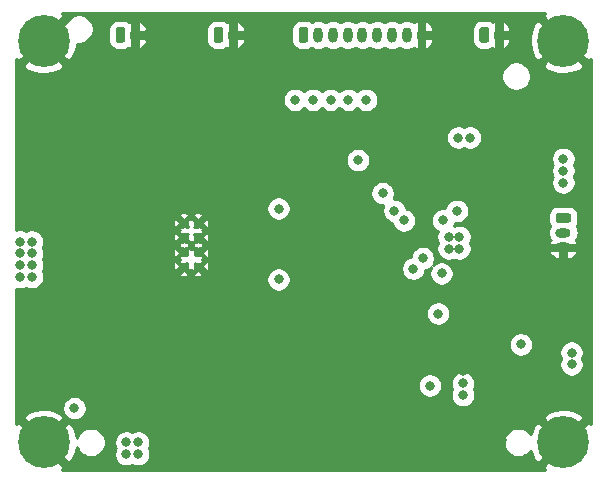
<source format=gbr>
%TF.GenerationSoftware,KiCad,Pcbnew,(5.1.5)-3*%
%TF.CreationDate,2021-03-30T18:15:46+02:00*%
%TF.ProjectId,rpm_meter_arduino,72706d5f-6d65-4746-9572-5f6172647569,rev?*%
%TF.SameCoordinates,Original*%
%TF.FileFunction,Copper,L2,Inr*%
%TF.FilePolarity,Positive*%
%FSLAX46Y46*%
G04 Gerber Fmt 4.6, Leading zero omitted, Abs format (unit mm)*
G04 Created by KiCad (PCBNEW (5.1.5)-3) date 2021-03-30 18:15:46*
%MOMM*%
%LPD*%
G04 APERTURE LIST*
%TA.AperFunction,ViaPad*%
%ADD10C,0.700000*%
%TD*%
%TA.AperFunction,ViaPad*%
%ADD11C,4.400000*%
%TD*%
%TA.AperFunction,ViaPad*%
%ADD12O,0.800000X1.300000*%
%TD*%
%TA.AperFunction,ViaPad*%
%ADD13C,0.100000*%
%TD*%
%TA.AperFunction,ViaPad*%
%ADD14O,1.300000X0.800000*%
%TD*%
%TA.AperFunction,ViaPad*%
%ADD15C,0.600000*%
%TD*%
%TA.AperFunction,ViaPad*%
%ADD16C,0.800000*%
%TD*%
%TA.AperFunction,Conductor*%
%ADD17C,0.254000*%
%TD*%
G04 APERTURE END LIST*
D10*
%TO.N,GND*%
%TO.C,H1*%
X30166726Y-29833274D03*
X29000000Y-29350000D03*
X27833274Y-29833274D03*
X27350000Y-31000000D03*
X27833274Y-32166726D03*
X29000000Y-32650000D03*
X30166726Y-32166726D03*
X30650000Y-31000000D03*
D11*
X29000000Y-31000000D03*
%TD*%
%TO.N,GND*%
%TO.C,H2*%
X29000000Y-65000000D03*
D10*
X30650000Y-65000000D03*
X30166726Y-66166726D03*
X29000000Y-66650000D03*
X27833274Y-66166726D03*
X27350000Y-65000000D03*
X27833274Y-63833274D03*
X29000000Y-63350000D03*
X30166726Y-63833274D03*
%TD*%
%TO.N,GND*%
%TO.C,H3*%
X74166726Y-63833274D03*
X73000000Y-63350000D03*
X71833274Y-63833274D03*
X71350000Y-65000000D03*
X71833274Y-66166726D03*
X73000000Y-66650000D03*
X74166726Y-66166726D03*
X74650000Y-65000000D03*
D11*
X73000000Y-65000000D03*
%TD*%
%TO.N,GND*%
%TO.C,H4*%
X73000000Y-31000000D03*
D10*
X74650000Y-31000000D03*
X74166726Y-32166726D03*
X73000000Y-32650000D03*
X71833274Y-32166726D03*
X71350000Y-31000000D03*
X71833274Y-29833274D03*
X73000000Y-29350000D03*
X74166726Y-29833274D03*
%TD*%
D12*
%TO.N,GND*%
%TO.C,J3*%
X36750000Y-30500000D03*
%TA.AperFunction,ViaPad*%
D13*
%TO.N,+12V*%
G36*
X35719603Y-29850963D02*
G01*
X35739018Y-29853843D01*
X35758057Y-29858612D01*
X35776537Y-29865224D01*
X35794279Y-29873616D01*
X35811114Y-29883706D01*
X35826879Y-29895398D01*
X35841421Y-29908579D01*
X35854602Y-29923121D01*
X35866294Y-29938886D01*
X35876384Y-29955721D01*
X35884776Y-29973463D01*
X35891388Y-29991943D01*
X35896157Y-30010982D01*
X35899037Y-30030397D01*
X35900000Y-30050000D01*
X35900000Y-30950000D01*
X35899037Y-30969603D01*
X35896157Y-30989018D01*
X35891388Y-31008057D01*
X35884776Y-31026537D01*
X35876384Y-31044279D01*
X35866294Y-31061114D01*
X35854602Y-31076879D01*
X35841421Y-31091421D01*
X35826879Y-31104602D01*
X35811114Y-31116294D01*
X35794279Y-31126384D01*
X35776537Y-31134776D01*
X35758057Y-31141388D01*
X35739018Y-31146157D01*
X35719603Y-31149037D01*
X35700000Y-31150000D01*
X35300000Y-31150000D01*
X35280397Y-31149037D01*
X35260982Y-31146157D01*
X35241943Y-31141388D01*
X35223463Y-31134776D01*
X35205721Y-31126384D01*
X35188886Y-31116294D01*
X35173121Y-31104602D01*
X35158579Y-31091421D01*
X35145398Y-31076879D01*
X35133706Y-31061114D01*
X35123616Y-31044279D01*
X35115224Y-31026537D01*
X35108612Y-31008057D01*
X35103843Y-30989018D01*
X35100963Y-30969603D01*
X35100000Y-30950000D01*
X35100000Y-30050000D01*
X35100963Y-30030397D01*
X35103843Y-30010982D01*
X35108612Y-29991943D01*
X35115224Y-29973463D01*
X35123616Y-29955721D01*
X35133706Y-29938886D01*
X35145398Y-29923121D01*
X35158579Y-29908579D01*
X35173121Y-29895398D01*
X35188886Y-29883706D01*
X35205721Y-29873616D01*
X35223463Y-29865224D01*
X35241943Y-29858612D01*
X35260982Y-29853843D01*
X35280397Y-29850963D01*
X35300000Y-29850000D01*
X35700000Y-29850000D01*
X35719603Y-29850963D01*
G37*
%TD.AperFunction*%
%TD*%
%TA.AperFunction,ViaPad*%
%TO.N,RPM_Sense*%
%TO.C,J4*%
G36*
X44019603Y-29850963D02*
G01*
X44039018Y-29853843D01*
X44058057Y-29858612D01*
X44076537Y-29865224D01*
X44094279Y-29873616D01*
X44111114Y-29883706D01*
X44126879Y-29895398D01*
X44141421Y-29908579D01*
X44154602Y-29923121D01*
X44166294Y-29938886D01*
X44176384Y-29955721D01*
X44184776Y-29973463D01*
X44191388Y-29991943D01*
X44196157Y-30010982D01*
X44199037Y-30030397D01*
X44200000Y-30050000D01*
X44200000Y-30950000D01*
X44199037Y-30969603D01*
X44196157Y-30989018D01*
X44191388Y-31008057D01*
X44184776Y-31026537D01*
X44176384Y-31044279D01*
X44166294Y-31061114D01*
X44154602Y-31076879D01*
X44141421Y-31091421D01*
X44126879Y-31104602D01*
X44111114Y-31116294D01*
X44094279Y-31126384D01*
X44076537Y-31134776D01*
X44058057Y-31141388D01*
X44039018Y-31146157D01*
X44019603Y-31149037D01*
X44000000Y-31150000D01*
X43600000Y-31150000D01*
X43580397Y-31149037D01*
X43560982Y-31146157D01*
X43541943Y-31141388D01*
X43523463Y-31134776D01*
X43505721Y-31126384D01*
X43488886Y-31116294D01*
X43473121Y-31104602D01*
X43458579Y-31091421D01*
X43445398Y-31076879D01*
X43433706Y-31061114D01*
X43423616Y-31044279D01*
X43415224Y-31026537D01*
X43408612Y-31008057D01*
X43403843Y-30989018D01*
X43400963Y-30969603D01*
X43400000Y-30950000D01*
X43400000Y-30050000D01*
X43400963Y-30030397D01*
X43403843Y-30010982D01*
X43408612Y-29991943D01*
X43415224Y-29973463D01*
X43423616Y-29955721D01*
X43433706Y-29938886D01*
X43445398Y-29923121D01*
X43458579Y-29908579D01*
X43473121Y-29895398D01*
X43488886Y-29883706D01*
X43505721Y-29873616D01*
X43523463Y-29865224D01*
X43541943Y-29858612D01*
X43560982Y-29853843D01*
X43580397Y-29850963D01*
X43600000Y-29850000D01*
X44000000Y-29850000D01*
X44019603Y-29850963D01*
G37*
%TD.AperFunction*%
D12*
%TO.N,GND*%
X45050000Y-30500000D03*
%TD*%
%TA.AperFunction,ViaPad*%
D13*
%TO.N,+5V*%
%TO.C,J5*%
G36*
X73469603Y-45600963D02*
G01*
X73489018Y-45603843D01*
X73508057Y-45608612D01*
X73526537Y-45615224D01*
X73544279Y-45623616D01*
X73561114Y-45633706D01*
X73576879Y-45645398D01*
X73591421Y-45658579D01*
X73604602Y-45673121D01*
X73616294Y-45688886D01*
X73626384Y-45705721D01*
X73634776Y-45723463D01*
X73641388Y-45741943D01*
X73646157Y-45760982D01*
X73649037Y-45780397D01*
X73650000Y-45800000D01*
X73650000Y-46200000D01*
X73649037Y-46219603D01*
X73646157Y-46239018D01*
X73641388Y-46258057D01*
X73634776Y-46276537D01*
X73626384Y-46294279D01*
X73616294Y-46311114D01*
X73604602Y-46326879D01*
X73591421Y-46341421D01*
X73576879Y-46354602D01*
X73561114Y-46366294D01*
X73544279Y-46376384D01*
X73526537Y-46384776D01*
X73508057Y-46391388D01*
X73489018Y-46396157D01*
X73469603Y-46399037D01*
X73450000Y-46400000D01*
X72550000Y-46400000D01*
X72530397Y-46399037D01*
X72510982Y-46396157D01*
X72491943Y-46391388D01*
X72473463Y-46384776D01*
X72455721Y-46376384D01*
X72438886Y-46366294D01*
X72423121Y-46354602D01*
X72408579Y-46341421D01*
X72395398Y-46326879D01*
X72383706Y-46311114D01*
X72373616Y-46294279D01*
X72365224Y-46276537D01*
X72358612Y-46258057D01*
X72353843Y-46239018D01*
X72350963Y-46219603D01*
X72350000Y-46200000D01*
X72350000Y-45800000D01*
X72350963Y-45780397D01*
X72353843Y-45760982D01*
X72358612Y-45741943D01*
X72365224Y-45723463D01*
X72373616Y-45705721D01*
X72383706Y-45688886D01*
X72395398Y-45673121D01*
X72408579Y-45658579D01*
X72423121Y-45645398D01*
X72438886Y-45633706D01*
X72455721Y-45623616D01*
X72473463Y-45615224D01*
X72491943Y-45608612D01*
X72510982Y-45603843D01*
X72530397Y-45600963D01*
X72550000Y-45600000D01*
X73450000Y-45600000D01*
X73469603Y-45600963D01*
G37*
%TD.AperFunction*%
D14*
%TO.N,RGB_Data*%
X73000000Y-47250000D03*
%TO.N,GND*%
X73000000Y-48500000D03*
%TD*%
%TA.AperFunction,ViaPad*%
D13*
%TO.N,NTC_A*%
%TO.C,J6*%
G36*
X66519603Y-29850963D02*
G01*
X66539018Y-29853843D01*
X66558057Y-29858612D01*
X66576537Y-29865224D01*
X66594279Y-29873616D01*
X66611114Y-29883706D01*
X66626879Y-29895398D01*
X66641421Y-29908579D01*
X66654602Y-29923121D01*
X66666294Y-29938886D01*
X66676384Y-29955721D01*
X66684776Y-29973463D01*
X66691388Y-29991943D01*
X66696157Y-30010982D01*
X66699037Y-30030397D01*
X66700000Y-30050000D01*
X66700000Y-30950000D01*
X66699037Y-30969603D01*
X66696157Y-30989018D01*
X66691388Y-31008057D01*
X66684776Y-31026537D01*
X66676384Y-31044279D01*
X66666294Y-31061114D01*
X66654602Y-31076879D01*
X66641421Y-31091421D01*
X66626879Y-31104602D01*
X66611114Y-31116294D01*
X66594279Y-31126384D01*
X66576537Y-31134776D01*
X66558057Y-31141388D01*
X66539018Y-31146157D01*
X66519603Y-31149037D01*
X66500000Y-31150000D01*
X66100000Y-31150000D01*
X66080397Y-31149037D01*
X66060982Y-31146157D01*
X66041943Y-31141388D01*
X66023463Y-31134776D01*
X66005721Y-31126384D01*
X65988886Y-31116294D01*
X65973121Y-31104602D01*
X65958579Y-31091421D01*
X65945398Y-31076879D01*
X65933706Y-31061114D01*
X65923616Y-31044279D01*
X65915224Y-31026537D01*
X65908612Y-31008057D01*
X65903843Y-30989018D01*
X65900963Y-30969603D01*
X65900000Y-30950000D01*
X65900000Y-30050000D01*
X65900963Y-30030397D01*
X65903843Y-30010982D01*
X65908612Y-29991943D01*
X65915224Y-29973463D01*
X65923616Y-29955721D01*
X65933706Y-29938886D01*
X65945398Y-29923121D01*
X65958579Y-29908579D01*
X65973121Y-29895398D01*
X65988886Y-29883706D01*
X66005721Y-29873616D01*
X66023463Y-29865224D01*
X66041943Y-29858612D01*
X66060982Y-29853843D01*
X66080397Y-29850963D01*
X66100000Y-29850000D01*
X66500000Y-29850000D01*
X66519603Y-29850963D01*
G37*
%TD.AperFunction*%
D12*
%TO.N,GND*%
X67550000Y-30500000D03*
%TD*%
%TA.AperFunction,ViaPad*%
D13*
%TO.N,Net-(J7-Pad1)*%
%TO.C,J7*%
G36*
X51219603Y-29850963D02*
G01*
X51239018Y-29853843D01*
X51258057Y-29858612D01*
X51276537Y-29865224D01*
X51294279Y-29873616D01*
X51311114Y-29883706D01*
X51326879Y-29895398D01*
X51341421Y-29908579D01*
X51354602Y-29923121D01*
X51366294Y-29938886D01*
X51376384Y-29955721D01*
X51384776Y-29973463D01*
X51391388Y-29991943D01*
X51396157Y-30010982D01*
X51399037Y-30030397D01*
X51400000Y-30050000D01*
X51400000Y-30950000D01*
X51399037Y-30969603D01*
X51396157Y-30989018D01*
X51391388Y-31008057D01*
X51384776Y-31026537D01*
X51376384Y-31044279D01*
X51366294Y-31061114D01*
X51354602Y-31076879D01*
X51341421Y-31091421D01*
X51326879Y-31104602D01*
X51311114Y-31116294D01*
X51294279Y-31126384D01*
X51276537Y-31134776D01*
X51258057Y-31141388D01*
X51239018Y-31146157D01*
X51219603Y-31149037D01*
X51200000Y-31150000D01*
X50800000Y-31150000D01*
X50780397Y-31149037D01*
X50760982Y-31146157D01*
X50741943Y-31141388D01*
X50723463Y-31134776D01*
X50705721Y-31126384D01*
X50688886Y-31116294D01*
X50673121Y-31104602D01*
X50658579Y-31091421D01*
X50645398Y-31076879D01*
X50633706Y-31061114D01*
X50623616Y-31044279D01*
X50615224Y-31026537D01*
X50608612Y-31008057D01*
X50603843Y-30989018D01*
X50600963Y-30969603D01*
X50600000Y-30950000D01*
X50600000Y-30050000D01*
X50600963Y-30030397D01*
X50603843Y-30010982D01*
X50608612Y-29991943D01*
X50615224Y-29973463D01*
X50623616Y-29955721D01*
X50633706Y-29938886D01*
X50645398Y-29923121D01*
X50658579Y-29908579D01*
X50673121Y-29895398D01*
X50688886Y-29883706D01*
X50705721Y-29873616D01*
X50723463Y-29865224D01*
X50741943Y-29858612D01*
X50760982Y-29853843D01*
X50780397Y-29850963D01*
X50800000Y-29850000D01*
X51200000Y-29850000D01*
X51219603Y-29850963D01*
G37*
%TD.AperFunction*%
D12*
%TO.N,Net-(J7-Pad2)*%
X52250000Y-30500000D03*
%TO.N,Net-(J7-Pad3)*%
X53500000Y-30500000D03*
%TO.N,Net-(J7-Pad4)*%
X54750000Y-30500000D03*
%TO.N,Net-(J7-Pad5)*%
X56000000Y-30500000D03*
%TO.N,Net-(J7-Pad6)*%
X57250000Y-30500000D03*
%TO.N,Net-(J7-Pad7)*%
X58500000Y-30500000D03*
%TO.N,Net-(J7-Pad8)*%
X59750000Y-30500000D03*
%TO.N,GND*%
X61000000Y-30500000D03*
%TD*%
D15*
%TO.N,GND*%
%TO.C,U2*%
X40888000Y-46454000D03*
X40888000Y-47654000D03*
X42088000Y-47654000D03*
X42088000Y-46454000D03*
X40888000Y-50054000D03*
X40888000Y-48954000D03*
X42088000Y-48954000D03*
X42088000Y-50054000D03*
%TD*%
D16*
%TO.N,+5V*%
X63300000Y-47600000D03*
X64200000Y-47600000D03*
X64100000Y-39200000D03*
X65100000Y-39200000D03*
X37000000Y-65000000D03*
X36000000Y-65000000D03*
X36000000Y-66000000D03*
X37000000Y-66000000D03*
X27000000Y-49000000D03*
X28000000Y-49000000D03*
X27000000Y-50000000D03*
X28000000Y-50000000D03*
X27000000Y-51000000D03*
X28000000Y-51000000D03*
X27000000Y-48000000D03*
X28000000Y-48000000D03*
X73700000Y-57400000D03*
X73700000Y-58400000D03*
X64500000Y-61000000D03*
X64500000Y-60000000D03*
X31600000Y-62100000D03*
X63300000Y-48600000D03*
X64200000Y-48600000D03*
X73000000Y-41000000D03*
X73000000Y-42000000D03*
X73000000Y-43000000D03*
%TO.N,RPM*%
X55600000Y-41100000D03*
X57700000Y-43900000D03*
%TO.N,BUTTON_1*%
X58700000Y-45400000D03*
X61700000Y-60200000D03*
%TO.N,BUTTON_2*%
X59500000Y-46200000D03*
X69400000Y-56700000D03*
%TO.N,RGB_Data*%
X62400000Y-54100000D03*
%TO.N,LED0*%
X50300000Y-36000000D03*
X60300000Y-50300000D03*
%TO.N,LED1*%
X51800000Y-36000000D03*
X61100000Y-49400000D03*
%TO.N,LED2*%
X53300000Y-36000000D03*
X62700000Y-50700000D03*
%TO.N,LED3*%
X62800000Y-46200000D03*
X54800000Y-36000000D03*
%TO.N,LED4*%
X64000000Y-45400000D03*
X56300000Y-36000000D03*
%TO.N,GND*%
X39400000Y-29300000D03*
X39400000Y-30200000D03*
X39400000Y-31100000D03*
X40400000Y-29300000D03*
X40400000Y-30200000D03*
X40400000Y-31100000D03*
X39400000Y-32000000D03*
X40400000Y-32000000D03*
X74000000Y-53000000D03*
X72700000Y-53000000D03*
X72700000Y-54100000D03*
X74000000Y-54100000D03*
X74000000Y-55200000D03*
X72700000Y-55200000D03*
X53800000Y-47600000D03*
X53800000Y-46600000D03*
X52100000Y-42300000D03*
X52100000Y-43400000D03*
X53300000Y-42300000D03*
X55500000Y-44600000D03*
X54600000Y-44600000D03*
X58700000Y-37400000D03*
X59700000Y-37400000D03*
X60600000Y-37400000D03*
X61600000Y-37400000D03*
X64100000Y-40900000D03*
X65100000Y-40900000D03*
X27000000Y-37000000D03*
X28000000Y-37000000D03*
X28000000Y-36000000D03*
X27000000Y-36000000D03*
X27000000Y-35000000D03*
X28000000Y-35000000D03*
X29000000Y-35000000D03*
X29000000Y-36000000D03*
X29000000Y-37000000D03*
X61400000Y-55000000D03*
X61400000Y-55900000D03*
X64500000Y-59000000D03*
X64500000Y-58100000D03*
X52200000Y-64900000D03*
X51100000Y-64900000D03*
X53300000Y-64900000D03*
X41700000Y-65400000D03*
X39100000Y-65400000D03*
X40400000Y-65400000D03*
X41700000Y-66600000D03*
X40400000Y-66600000D03*
X39100000Y-66600000D03*
X33900000Y-56700000D03*
X33900000Y-55700000D03*
X33900000Y-54700000D03*
X33900000Y-53800000D03*
X50300000Y-49400000D03*
X50300000Y-50300000D03*
X50300000Y-51200000D03*
X50300000Y-52100000D03*
X67800000Y-65800000D03*
X67800000Y-64800000D03*
X53800000Y-48600000D03*
X68000000Y-44500000D03*
X68000000Y-45600000D03*
X35300000Y-53800000D03*
X35300000Y-54700000D03*
X35300000Y-55700000D03*
X35300000Y-56700000D03*
%TO.N,Net-(C6-Pad1)*%
X48900000Y-51200000D03*
X48900000Y-45200000D03*
%TD*%
D17*
%TO.N,GND*%
G36*
X71281370Y-28930645D02*
G01*
X71428604Y-29077879D01*
X71424894Y-29109525D01*
X71833274Y-29517904D01*
X71850952Y-29500227D01*
X72166321Y-29815596D01*
X72148644Y-29833274D01*
X72557023Y-30241654D01*
X72588669Y-30237944D01*
X73000000Y-30649275D01*
X73014143Y-30635133D01*
X73364868Y-30985858D01*
X73350725Y-31000000D01*
X73762056Y-31411331D01*
X73758346Y-31442977D01*
X74166726Y-31851356D01*
X74184404Y-31833679D01*
X74499773Y-32149048D01*
X74482096Y-32166726D01*
X74890475Y-32575106D01*
X74922121Y-32571396D01*
X75069355Y-32718630D01*
X75340000Y-32536039D01*
X75340001Y-63463961D01*
X75069355Y-63281370D01*
X74922121Y-63428604D01*
X74890475Y-63424894D01*
X74482096Y-63833274D01*
X74499773Y-63850952D01*
X74184404Y-64166321D01*
X74166726Y-64148644D01*
X73758346Y-64557023D01*
X73762056Y-64588669D01*
X73350725Y-65000000D01*
X73364868Y-65014143D01*
X73014143Y-65364868D01*
X73000000Y-65350725D01*
X72588669Y-65762056D01*
X72557023Y-65758346D01*
X72148644Y-66166726D01*
X72166321Y-66184404D01*
X71850952Y-66499773D01*
X71833274Y-66482096D01*
X71424894Y-66890475D01*
X71428604Y-66922121D01*
X71281370Y-67069355D01*
X71463961Y-67340000D01*
X30536039Y-67340000D01*
X30718630Y-67069355D01*
X30571396Y-66922121D01*
X30575106Y-66890475D01*
X30166726Y-66482096D01*
X30149048Y-66499773D01*
X29833679Y-66184404D01*
X29851356Y-66166726D01*
X29442977Y-65758346D01*
X29411331Y-65762056D01*
X29000000Y-65350725D01*
X28985858Y-65364868D01*
X28635133Y-65014143D01*
X28649275Y-65000000D01*
X29350725Y-65000000D01*
X29762056Y-65411331D01*
X29758346Y-65442977D01*
X30166726Y-65851356D01*
X30184404Y-65833679D01*
X30499773Y-66149048D01*
X30482096Y-66166726D01*
X30890475Y-66575106D01*
X30922121Y-66571396D01*
X31069355Y-66718630D01*
X31441681Y-66467440D01*
X31681048Y-65962896D01*
X31817384Y-65421347D01*
X31817840Y-65412294D01*
X31892307Y-65592074D01*
X32029099Y-65796798D01*
X32203202Y-65970901D01*
X32407926Y-66107693D01*
X32635402Y-66201917D01*
X32876890Y-66249952D01*
X33123110Y-66249952D01*
X33364598Y-66201917D01*
X33592074Y-66107693D01*
X33796798Y-65970901D01*
X33970901Y-65796798D01*
X34107693Y-65592074D01*
X34201917Y-65364598D01*
X34249952Y-65123110D01*
X34249952Y-64898061D01*
X34965000Y-64898061D01*
X34965000Y-65101939D01*
X35004774Y-65301898D01*
X35082795Y-65490256D01*
X35089306Y-65500000D01*
X35082795Y-65509744D01*
X35004774Y-65698102D01*
X34965000Y-65898061D01*
X34965000Y-66101939D01*
X35004774Y-66301898D01*
X35082795Y-66490256D01*
X35196063Y-66659774D01*
X35340226Y-66803937D01*
X35509744Y-66917205D01*
X35698102Y-66995226D01*
X35898061Y-67035000D01*
X36101939Y-67035000D01*
X36301898Y-66995226D01*
X36490256Y-66917205D01*
X36500000Y-66910694D01*
X36509744Y-66917205D01*
X36698102Y-66995226D01*
X36898061Y-67035000D01*
X37101939Y-67035000D01*
X37301898Y-66995226D01*
X37490256Y-66917205D01*
X37659774Y-66803937D01*
X37803937Y-66659774D01*
X37917205Y-66490256D01*
X37995226Y-66301898D01*
X38035000Y-66101939D01*
X38035000Y-65898061D01*
X37995226Y-65698102D01*
X37917205Y-65509744D01*
X37910694Y-65500000D01*
X37917205Y-65490256D01*
X37995226Y-65301898D01*
X38035000Y-65101939D01*
X38035000Y-64898061D01*
X38030789Y-64876890D01*
X67950048Y-64876890D01*
X67950048Y-65123110D01*
X67998083Y-65364598D01*
X68092307Y-65592074D01*
X68229099Y-65796798D01*
X68403202Y-65970901D01*
X68607926Y-66107693D01*
X68835402Y-66201917D01*
X69076890Y-66249952D01*
X69323110Y-66249952D01*
X69564598Y-66201917D01*
X69792074Y-66107693D01*
X69996798Y-65970901D01*
X70170901Y-65796798D01*
X70238327Y-65695887D01*
X70423343Y-66214918D01*
X70558319Y-66467440D01*
X70930645Y-66718630D01*
X71077879Y-66571396D01*
X71109525Y-66575106D01*
X71517904Y-66166726D01*
X71500227Y-66149048D01*
X71815596Y-65833679D01*
X71833274Y-65851356D01*
X72241654Y-65442977D01*
X72237944Y-65411331D01*
X72649275Y-65000000D01*
X72237944Y-64588669D01*
X72241654Y-64557023D01*
X71833274Y-64148644D01*
X71815596Y-64166321D01*
X71500227Y-63850952D01*
X71517904Y-63833274D01*
X71109525Y-63424894D01*
X71077879Y-63428604D01*
X70930645Y-63281370D01*
X70558319Y-63532560D01*
X70318952Y-64037104D01*
X70248064Y-64318684D01*
X70170901Y-64203202D01*
X69996798Y-64029099D01*
X69792074Y-63892307D01*
X69564598Y-63798083D01*
X69323110Y-63750048D01*
X69076890Y-63750048D01*
X68835402Y-63798083D01*
X68607926Y-63892307D01*
X68403202Y-64029099D01*
X68229099Y-64203202D01*
X68092307Y-64407926D01*
X67998083Y-64635402D01*
X67950048Y-64876890D01*
X38030789Y-64876890D01*
X37995226Y-64698102D01*
X37917205Y-64509744D01*
X37803937Y-64340226D01*
X37659774Y-64196063D01*
X37490256Y-64082795D01*
X37301898Y-64004774D01*
X37101939Y-63965000D01*
X36898061Y-63965000D01*
X36698102Y-64004774D01*
X36509744Y-64082795D01*
X36500000Y-64089306D01*
X36490256Y-64082795D01*
X36301898Y-64004774D01*
X36101939Y-63965000D01*
X35898061Y-63965000D01*
X35698102Y-64004774D01*
X35509744Y-64082795D01*
X35340226Y-64196063D01*
X35196063Y-64340226D01*
X35082795Y-64509744D01*
X35004774Y-64698102D01*
X34965000Y-64898061D01*
X34249952Y-64898061D01*
X34249952Y-64876890D01*
X34201917Y-64635402D01*
X34107693Y-64407926D01*
X33970901Y-64203202D01*
X33796798Y-64029099D01*
X33592074Y-63892307D01*
X33364598Y-63798083D01*
X33123110Y-63750048D01*
X32876890Y-63750048D01*
X32635402Y-63798083D01*
X32407926Y-63892307D01*
X32203202Y-64029099D01*
X32029099Y-64203202D01*
X31892307Y-64407926D01*
X31808261Y-64610831D01*
X31764166Y-64311108D01*
X31576657Y-63785082D01*
X31441681Y-63532560D01*
X31069355Y-63281370D01*
X30922121Y-63428604D01*
X30890475Y-63424894D01*
X30482096Y-63833274D01*
X30499773Y-63850952D01*
X30184404Y-64166321D01*
X30166726Y-64148644D01*
X29758346Y-64557023D01*
X29762056Y-64588669D01*
X29350725Y-65000000D01*
X28649275Y-65000000D01*
X28237944Y-64588669D01*
X28241654Y-64557023D01*
X27833274Y-64148644D01*
X27815596Y-64166321D01*
X27500227Y-63850952D01*
X27517904Y-63833274D01*
X27109525Y-63424894D01*
X27077879Y-63428604D01*
X26930645Y-63281370D01*
X26660000Y-63463961D01*
X26660000Y-62930645D01*
X27281370Y-62930645D01*
X27428604Y-63077879D01*
X27424894Y-63109525D01*
X27833274Y-63517904D01*
X27850952Y-63500227D01*
X28166321Y-63815596D01*
X28148644Y-63833274D01*
X28557023Y-64241654D01*
X28588669Y-64237944D01*
X29000000Y-64649275D01*
X29411331Y-64237944D01*
X29442977Y-64241654D01*
X29851356Y-63833274D01*
X29833679Y-63815596D01*
X30149048Y-63500227D01*
X30166726Y-63517904D01*
X30575106Y-63109525D01*
X30571396Y-63077879D01*
X30718630Y-62930645D01*
X30467440Y-62558319D01*
X29962896Y-62318952D01*
X29421347Y-62182616D01*
X28863607Y-62154551D01*
X28311108Y-62235834D01*
X27785082Y-62423343D01*
X27532560Y-62558319D01*
X27281370Y-62930645D01*
X26660000Y-62930645D01*
X26660000Y-61998061D01*
X30565000Y-61998061D01*
X30565000Y-62201939D01*
X30604774Y-62401898D01*
X30682795Y-62590256D01*
X30796063Y-62759774D01*
X30940226Y-62903937D01*
X31109744Y-63017205D01*
X31298102Y-63095226D01*
X31498061Y-63135000D01*
X31701939Y-63135000D01*
X31901898Y-63095226D01*
X32090256Y-63017205D01*
X32219802Y-62930645D01*
X71281370Y-62930645D01*
X71428604Y-63077879D01*
X71424894Y-63109525D01*
X71833274Y-63517904D01*
X71850952Y-63500227D01*
X72166321Y-63815596D01*
X72148644Y-63833274D01*
X72557023Y-64241654D01*
X72588669Y-64237944D01*
X73000000Y-64649275D01*
X73411331Y-64237944D01*
X73442977Y-64241654D01*
X73851356Y-63833274D01*
X73833679Y-63815596D01*
X74149048Y-63500227D01*
X74166726Y-63517904D01*
X74575106Y-63109525D01*
X74571396Y-63077879D01*
X74718630Y-62930645D01*
X74467440Y-62558319D01*
X73962896Y-62318952D01*
X73421347Y-62182616D01*
X72863607Y-62154551D01*
X72311108Y-62235834D01*
X71785082Y-62423343D01*
X71532560Y-62558319D01*
X71281370Y-62930645D01*
X32219802Y-62930645D01*
X32259774Y-62903937D01*
X32403937Y-62759774D01*
X32517205Y-62590256D01*
X32595226Y-62401898D01*
X32635000Y-62201939D01*
X32635000Y-61998061D01*
X32595226Y-61798102D01*
X32517205Y-61609744D01*
X32403937Y-61440226D01*
X32259774Y-61296063D01*
X32090256Y-61182795D01*
X31901898Y-61104774D01*
X31701939Y-61065000D01*
X31498061Y-61065000D01*
X31298102Y-61104774D01*
X31109744Y-61182795D01*
X30940226Y-61296063D01*
X30796063Y-61440226D01*
X30682795Y-61609744D01*
X30604774Y-61798102D01*
X30565000Y-61998061D01*
X26660000Y-61998061D01*
X26660000Y-60098061D01*
X60665000Y-60098061D01*
X60665000Y-60301939D01*
X60704774Y-60501898D01*
X60782795Y-60690256D01*
X60896063Y-60859774D01*
X61040226Y-61003937D01*
X61209744Y-61117205D01*
X61398102Y-61195226D01*
X61598061Y-61235000D01*
X61801939Y-61235000D01*
X62001898Y-61195226D01*
X62190256Y-61117205D01*
X62359774Y-61003937D01*
X62503937Y-60859774D01*
X62617205Y-60690256D01*
X62695226Y-60501898D01*
X62735000Y-60301939D01*
X62735000Y-60098061D01*
X62695226Y-59898102D01*
X62695210Y-59898061D01*
X63465000Y-59898061D01*
X63465000Y-60101939D01*
X63504774Y-60301898D01*
X63582795Y-60490256D01*
X63589306Y-60500000D01*
X63582795Y-60509744D01*
X63504774Y-60698102D01*
X63465000Y-60898061D01*
X63465000Y-61101939D01*
X63504774Y-61301898D01*
X63582795Y-61490256D01*
X63696063Y-61659774D01*
X63840226Y-61803937D01*
X64009744Y-61917205D01*
X64198102Y-61995226D01*
X64398061Y-62035000D01*
X64601939Y-62035000D01*
X64801898Y-61995226D01*
X64990256Y-61917205D01*
X65159774Y-61803937D01*
X65303937Y-61659774D01*
X65417205Y-61490256D01*
X65495226Y-61301898D01*
X65535000Y-61101939D01*
X65535000Y-60898061D01*
X65495226Y-60698102D01*
X65417205Y-60509744D01*
X65410694Y-60500000D01*
X65417205Y-60490256D01*
X65495226Y-60301898D01*
X65535000Y-60101939D01*
X65535000Y-59898061D01*
X65495226Y-59698102D01*
X65417205Y-59509744D01*
X65303937Y-59340226D01*
X65159774Y-59196063D01*
X64990256Y-59082795D01*
X64801898Y-59004774D01*
X64601939Y-58965000D01*
X64398061Y-58965000D01*
X64198102Y-59004774D01*
X64009744Y-59082795D01*
X63840226Y-59196063D01*
X63696063Y-59340226D01*
X63582795Y-59509744D01*
X63504774Y-59698102D01*
X63465000Y-59898061D01*
X62695210Y-59898061D01*
X62617205Y-59709744D01*
X62503937Y-59540226D01*
X62359774Y-59396063D01*
X62190256Y-59282795D01*
X62001898Y-59204774D01*
X61801939Y-59165000D01*
X61598061Y-59165000D01*
X61398102Y-59204774D01*
X61209744Y-59282795D01*
X61040226Y-59396063D01*
X60896063Y-59540226D01*
X60782795Y-59709744D01*
X60704774Y-59898102D01*
X60665000Y-60098061D01*
X26660000Y-60098061D01*
X26660000Y-56598061D01*
X68365000Y-56598061D01*
X68365000Y-56801939D01*
X68404774Y-57001898D01*
X68482795Y-57190256D01*
X68596063Y-57359774D01*
X68740226Y-57503937D01*
X68909744Y-57617205D01*
X69098102Y-57695226D01*
X69298061Y-57735000D01*
X69501939Y-57735000D01*
X69701898Y-57695226D01*
X69890256Y-57617205D01*
X70059774Y-57503937D01*
X70203937Y-57359774D01*
X70245172Y-57298061D01*
X72665000Y-57298061D01*
X72665000Y-57501939D01*
X72704774Y-57701898D01*
X72782795Y-57890256D01*
X72789306Y-57900000D01*
X72782795Y-57909744D01*
X72704774Y-58098102D01*
X72665000Y-58298061D01*
X72665000Y-58501939D01*
X72704774Y-58701898D01*
X72782795Y-58890256D01*
X72896063Y-59059774D01*
X73040226Y-59203937D01*
X73209744Y-59317205D01*
X73398102Y-59395226D01*
X73598061Y-59435000D01*
X73801939Y-59435000D01*
X74001898Y-59395226D01*
X74190256Y-59317205D01*
X74359774Y-59203937D01*
X74503937Y-59059774D01*
X74617205Y-58890256D01*
X74695226Y-58701898D01*
X74735000Y-58501939D01*
X74735000Y-58298061D01*
X74695226Y-58098102D01*
X74617205Y-57909744D01*
X74610694Y-57900000D01*
X74617205Y-57890256D01*
X74695226Y-57701898D01*
X74735000Y-57501939D01*
X74735000Y-57298061D01*
X74695226Y-57098102D01*
X74617205Y-56909744D01*
X74503937Y-56740226D01*
X74359774Y-56596063D01*
X74190256Y-56482795D01*
X74001898Y-56404774D01*
X73801939Y-56365000D01*
X73598061Y-56365000D01*
X73398102Y-56404774D01*
X73209744Y-56482795D01*
X73040226Y-56596063D01*
X72896063Y-56740226D01*
X72782795Y-56909744D01*
X72704774Y-57098102D01*
X72665000Y-57298061D01*
X70245172Y-57298061D01*
X70317205Y-57190256D01*
X70395226Y-57001898D01*
X70435000Y-56801939D01*
X70435000Y-56598061D01*
X70395226Y-56398102D01*
X70317205Y-56209744D01*
X70203937Y-56040226D01*
X70059774Y-55896063D01*
X69890256Y-55782795D01*
X69701898Y-55704774D01*
X69501939Y-55665000D01*
X69298061Y-55665000D01*
X69098102Y-55704774D01*
X68909744Y-55782795D01*
X68740226Y-55896063D01*
X68596063Y-56040226D01*
X68482795Y-56209744D01*
X68404774Y-56398102D01*
X68365000Y-56598061D01*
X26660000Y-56598061D01*
X26660000Y-53998061D01*
X61365000Y-53998061D01*
X61365000Y-54201939D01*
X61404774Y-54401898D01*
X61482795Y-54590256D01*
X61596063Y-54759774D01*
X61740226Y-54903937D01*
X61909744Y-55017205D01*
X62098102Y-55095226D01*
X62298061Y-55135000D01*
X62501939Y-55135000D01*
X62701898Y-55095226D01*
X62890256Y-55017205D01*
X63059774Y-54903937D01*
X63203937Y-54759774D01*
X63317205Y-54590256D01*
X63395226Y-54401898D01*
X63435000Y-54201939D01*
X63435000Y-53998061D01*
X63395226Y-53798102D01*
X63317205Y-53609744D01*
X63203937Y-53440226D01*
X63059774Y-53296063D01*
X62890256Y-53182795D01*
X62701898Y-53104774D01*
X62501939Y-53065000D01*
X62298061Y-53065000D01*
X62098102Y-53104774D01*
X61909744Y-53182795D01*
X61740226Y-53296063D01*
X61596063Y-53440226D01*
X61482795Y-53609744D01*
X61404774Y-53798102D01*
X61365000Y-53998061D01*
X26660000Y-53998061D01*
X26660000Y-51979444D01*
X26698102Y-51995226D01*
X26898061Y-52035000D01*
X27101939Y-52035000D01*
X27301898Y-51995226D01*
X27490256Y-51917205D01*
X27500000Y-51910694D01*
X27509744Y-51917205D01*
X27698102Y-51995226D01*
X27898061Y-52035000D01*
X28101939Y-52035000D01*
X28301898Y-51995226D01*
X28490256Y-51917205D01*
X28659774Y-51803937D01*
X28803937Y-51659774D01*
X28917205Y-51490256D01*
X28995226Y-51301898D01*
X29035000Y-51101939D01*
X29035000Y-51098061D01*
X47865000Y-51098061D01*
X47865000Y-51301939D01*
X47904774Y-51501898D01*
X47982795Y-51690256D01*
X48096063Y-51859774D01*
X48240226Y-52003937D01*
X48409744Y-52117205D01*
X48598102Y-52195226D01*
X48798061Y-52235000D01*
X49001939Y-52235000D01*
X49201898Y-52195226D01*
X49390256Y-52117205D01*
X49559774Y-52003937D01*
X49703937Y-51859774D01*
X49817205Y-51690256D01*
X49895226Y-51501898D01*
X49935000Y-51301939D01*
X49935000Y-51098061D01*
X49895226Y-50898102D01*
X49817205Y-50709744D01*
X49703937Y-50540226D01*
X49559774Y-50396063D01*
X49390256Y-50282795D01*
X49201898Y-50204774D01*
X49168150Y-50198061D01*
X59265000Y-50198061D01*
X59265000Y-50401939D01*
X59304774Y-50601898D01*
X59382795Y-50790256D01*
X59496063Y-50959774D01*
X59640226Y-51103937D01*
X59809744Y-51217205D01*
X59998102Y-51295226D01*
X60198061Y-51335000D01*
X60401939Y-51335000D01*
X60601898Y-51295226D01*
X60790256Y-51217205D01*
X60959774Y-51103937D01*
X61103937Y-50959774D01*
X61217205Y-50790256D01*
X61295226Y-50601898D01*
X61333634Y-50408804D01*
X61401898Y-50395226D01*
X61590256Y-50317205D01*
X61759774Y-50203937D01*
X61840845Y-50122866D01*
X61782795Y-50209744D01*
X61704774Y-50398102D01*
X61665000Y-50598061D01*
X61665000Y-50801939D01*
X61704774Y-51001898D01*
X61782795Y-51190256D01*
X61896063Y-51359774D01*
X62040226Y-51503937D01*
X62209744Y-51617205D01*
X62398102Y-51695226D01*
X62598061Y-51735000D01*
X62801939Y-51735000D01*
X63001898Y-51695226D01*
X63190256Y-51617205D01*
X63359774Y-51503937D01*
X63503937Y-51359774D01*
X63617205Y-51190256D01*
X63695226Y-51001898D01*
X63735000Y-50801939D01*
X63735000Y-50598061D01*
X63695226Y-50398102D01*
X63617205Y-50209744D01*
X63503937Y-50040226D01*
X63359774Y-49896063D01*
X63190256Y-49782795D01*
X63001898Y-49704774D01*
X62801939Y-49665000D01*
X62598061Y-49665000D01*
X62398102Y-49704774D01*
X62209744Y-49782795D01*
X62040226Y-49896063D01*
X61959155Y-49977134D01*
X62017205Y-49890256D01*
X62095226Y-49701898D01*
X62135000Y-49501939D01*
X62135000Y-49298061D01*
X62095226Y-49098102D01*
X62017205Y-48909744D01*
X61903937Y-48740226D01*
X61759774Y-48596063D01*
X61590256Y-48482795D01*
X61401898Y-48404774D01*
X61201939Y-48365000D01*
X60998061Y-48365000D01*
X60798102Y-48404774D01*
X60609744Y-48482795D01*
X60440226Y-48596063D01*
X60296063Y-48740226D01*
X60182795Y-48909744D01*
X60104774Y-49098102D01*
X60066366Y-49291196D01*
X59998102Y-49304774D01*
X59809744Y-49382795D01*
X59640226Y-49496063D01*
X59496063Y-49640226D01*
X59382795Y-49809744D01*
X59304774Y-49998102D01*
X59265000Y-50198061D01*
X49168150Y-50198061D01*
X49001939Y-50165000D01*
X48798061Y-50165000D01*
X48598102Y-50204774D01*
X48409744Y-50282795D01*
X48240226Y-50396063D01*
X48096063Y-50540226D01*
X47982795Y-50709744D01*
X47904774Y-50898102D01*
X47865000Y-51098061D01*
X29035000Y-51098061D01*
X29035000Y-50898061D01*
X28998527Y-50714697D01*
X40471962Y-50714697D01*
X40485164Y-50902781D01*
X40658494Y-50965061D01*
X40840643Y-50992330D01*
X41024612Y-50983539D01*
X41203331Y-50939026D01*
X41290836Y-50902781D01*
X41304038Y-50714697D01*
X41671962Y-50714697D01*
X41685164Y-50902781D01*
X41858494Y-50965061D01*
X42040643Y-50992330D01*
X42224612Y-50983539D01*
X42403331Y-50939026D01*
X42490836Y-50902781D01*
X42504038Y-50714697D01*
X42088000Y-50298659D01*
X41671962Y-50714697D01*
X41304038Y-50714697D01*
X40888000Y-50298659D01*
X40471962Y-50714697D01*
X28998527Y-50714697D01*
X28995226Y-50698102D01*
X28917205Y-50509744D01*
X28910694Y-50500000D01*
X28917205Y-50490256D01*
X28995226Y-50301898D01*
X29035000Y-50101939D01*
X29035000Y-50006643D01*
X39949670Y-50006643D01*
X39958461Y-50190612D01*
X40002974Y-50369331D01*
X40039219Y-50456836D01*
X40227303Y-50470038D01*
X40643341Y-50054000D01*
X40227303Y-49637962D01*
X40039219Y-49651164D01*
X39976939Y-49824494D01*
X39949670Y-50006643D01*
X29035000Y-50006643D01*
X29035000Y-49898061D01*
X28995226Y-49698102D01*
X28917205Y-49509744D01*
X28910694Y-49500000D01*
X28917205Y-49490256D01*
X28957364Y-49393303D01*
X40471962Y-49393303D01*
X40582659Y-49504000D01*
X40471962Y-49614697D01*
X40485164Y-49802781D01*
X40658494Y-49865061D01*
X40840643Y-49892330D01*
X41024612Y-49883539D01*
X41173657Y-49846417D01*
X41149670Y-50006643D01*
X41151054Y-50035605D01*
X41132659Y-50054000D01*
X41152900Y-50074241D01*
X41158461Y-50190612D01*
X41202974Y-50369331D01*
X41239219Y-50456836D01*
X41427303Y-50470038D01*
X41488000Y-50409341D01*
X41548697Y-50470038D01*
X41736781Y-50456836D01*
X41799061Y-50283506D01*
X41826330Y-50101357D01*
X41824946Y-50072395D01*
X41843341Y-50054000D01*
X42332659Y-50054000D01*
X42748697Y-50470038D01*
X42936781Y-50456836D01*
X42999061Y-50283506D01*
X43026330Y-50101357D01*
X43017539Y-49917388D01*
X42973026Y-49738669D01*
X42936781Y-49651164D01*
X42748697Y-49637962D01*
X42332659Y-50054000D01*
X41843341Y-50054000D01*
X41823100Y-50033759D01*
X41817539Y-49917388D01*
X41799200Y-49843756D01*
X41858494Y-49865061D01*
X42040643Y-49892330D01*
X42224612Y-49883539D01*
X42403331Y-49839026D01*
X42490836Y-49802781D01*
X42504038Y-49614697D01*
X42393341Y-49504000D01*
X42504038Y-49393303D01*
X42490836Y-49205219D01*
X42317506Y-49142939D01*
X42135357Y-49115670D01*
X41951388Y-49124461D01*
X41802343Y-49161583D01*
X41826330Y-49001357D01*
X41824946Y-48972395D01*
X41843341Y-48954000D01*
X42332659Y-48954000D01*
X42748697Y-49370038D01*
X42936781Y-49356836D01*
X42999061Y-49183506D01*
X43026330Y-49001357D01*
X43017539Y-48817388D01*
X42973026Y-48638669D01*
X42936781Y-48551164D01*
X42748697Y-48537962D01*
X42332659Y-48954000D01*
X41843341Y-48954000D01*
X41823100Y-48933759D01*
X41817539Y-48817388D01*
X41773026Y-48638669D01*
X41736781Y-48551164D01*
X41548697Y-48537962D01*
X41488000Y-48598659D01*
X41427303Y-48537962D01*
X41239219Y-48551164D01*
X41176939Y-48724494D01*
X41149670Y-48906643D01*
X41151054Y-48935605D01*
X41132659Y-48954000D01*
X41152900Y-48974241D01*
X41158461Y-49090612D01*
X41176800Y-49164244D01*
X41117506Y-49142939D01*
X40935357Y-49115670D01*
X40751388Y-49124461D01*
X40572669Y-49168974D01*
X40485164Y-49205219D01*
X40471962Y-49393303D01*
X28957364Y-49393303D01*
X28995226Y-49301898D01*
X29035000Y-49101939D01*
X29035000Y-48906643D01*
X39949670Y-48906643D01*
X39958461Y-49090612D01*
X40002974Y-49269331D01*
X40039219Y-49356836D01*
X40227303Y-49370038D01*
X40643341Y-48954000D01*
X40227303Y-48537962D01*
X40039219Y-48551164D01*
X39976939Y-48724494D01*
X39949670Y-48906643D01*
X29035000Y-48906643D01*
X29035000Y-48898061D01*
X28995226Y-48698102D01*
X28917205Y-48509744D01*
X28910694Y-48500000D01*
X28917205Y-48490256D01*
X28995226Y-48301898D01*
X28996935Y-48293303D01*
X40471962Y-48293303D01*
X40482659Y-48304000D01*
X40471962Y-48314697D01*
X40485164Y-48502781D01*
X40658494Y-48565061D01*
X40758725Y-48580066D01*
X40888000Y-48709341D01*
X41013260Y-48584081D01*
X41024612Y-48583539D01*
X41203331Y-48539026D01*
X41290836Y-48502781D01*
X41304038Y-48314697D01*
X41293341Y-48304000D01*
X41304038Y-48293303D01*
X41671962Y-48293303D01*
X41682659Y-48304000D01*
X41671962Y-48314697D01*
X41685164Y-48502781D01*
X41858494Y-48565061D01*
X41958725Y-48580066D01*
X42088000Y-48709341D01*
X42213260Y-48584081D01*
X42224612Y-48583539D01*
X42403331Y-48539026D01*
X42490836Y-48502781D01*
X42504038Y-48314697D01*
X42493341Y-48304000D01*
X42504038Y-48293303D01*
X42490836Y-48105219D01*
X42317506Y-48042939D01*
X42217275Y-48027934D01*
X42088000Y-47898659D01*
X41962740Y-48023919D01*
X41951388Y-48024461D01*
X41772669Y-48068974D01*
X41685164Y-48105219D01*
X41671962Y-48293303D01*
X41304038Y-48293303D01*
X41290836Y-48105219D01*
X41117506Y-48042939D01*
X41017275Y-48027934D01*
X40888000Y-47898659D01*
X40762740Y-48023919D01*
X40751388Y-48024461D01*
X40572669Y-48068974D01*
X40485164Y-48105219D01*
X40471962Y-48293303D01*
X28996935Y-48293303D01*
X29035000Y-48101939D01*
X29035000Y-47898061D01*
X28995226Y-47698102D01*
X28957343Y-47606643D01*
X39949670Y-47606643D01*
X39958461Y-47790612D01*
X40002974Y-47969331D01*
X40039219Y-48056836D01*
X40227303Y-48070038D01*
X40643341Y-47654000D01*
X40227303Y-47237962D01*
X40039219Y-47251164D01*
X39976939Y-47424494D01*
X39949670Y-47606643D01*
X28957343Y-47606643D01*
X28917205Y-47509744D01*
X28803937Y-47340226D01*
X28659774Y-47196063D01*
X28490256Y-47082795D01*
X28301898Y-47004774D01*
X28244229Y-46993303D01*
X40471962Y-46993303D01*
X40532659Y-47054000D01*
X40471962Y-47114697D01*
X40485164Y-47302781D01*
X40658494Y-47365061D01*
X40840643Y-47392330D01*
X40869605Y-47390946D01*
X40888000Y-47409341D01*
X40908241Y-47389100D01*
X41024612Y-47383539D01*
X41203331Y-47339026D01*
X41208404Y-47336925D01*
X41176939Y-47424494D01*
X41149670Y-47606643D01*
X41151054Y-47635605D01*
X41132659Y-47654000D01*
X41152900Y-47674241D01*
X41158461Y-47790612D01*
X41202974Y-47969331D01*
X41239219Y-48056836D01*
X41427303Y-48070038D01*
X41488000Y-48009341D01*
X41548697Y-48070038D01*
X41736781Y-48056836D01*
X41799061Y-47883506D01*
X41826330Y-47701357D01*
X41824946Y-47672395D01*
X41843341Y-47654000D01*
X42332659Y-47654000D01*
X42748697Y-48070038D01*
X42936781Y-48056836D01*
X42999061Y-47883506D01*
X43026330Y-47701357D01*
X43017539Y-47517388D01*
X42973026Y-47338669D01*
X42936781Y-47251164D01*
X42748697Y-47237962D01*
X42332659Y-47654000D01*
X41843341Y-47654000D01*
X41823100Y-47633759D01*
X41817539Y-47517388D01*
X41773026Y-47338669D01*
X41770925Y-47333596D01*
X41858494Y-47365061D01*
X42040643Y-47392330D01*
X42069605Y-47390946D01*
X42088000Y-47409341D01*
X42108241Y-47389100D01*
X42224612Y-47383539D01*
X42403331Y-47339026D01*
X42490836Y-47302781D01*
X42504038Y-47114697D01*
X42443341Y-47054000D01*
X42504038Y-46993303D01*
X42490836Y-46805219D01*
X42317506Y-46742939D01*
X42135357Y-46715670D01*
X42106395Y-46717054D01*
X42088000Y-46698659D01*
X42067759Y-46718900D01*
X41951388Y-46724461D01*
X41772669Y-46768974D01*
X41767596Y-46771075D01*
X41799061Y-46683506D01*
X41826330Y-46501357D01*
X41824946Y-46472395D01*
X41843341Y-46454000D01*
X42332659Y-46454000D01*
X42748697Y-46870038D01*
X42936781Y-46856836D01*
X42999061Y-46683506D01*
X43026330Y-46501357D01*
X43017539Y-46317388D01*
X42973026Y-46138669D01*
X42936781Y-46051164D01*
X42748697Y-46037962D01*
X42332659Y-46454000D01*
X41843341Y-46454000D01*
X41823100Y-46433759D01*
X41817539Y-46317388D01*
X41773026Y-46138669D01*
X41736781Y-46051164D01*
X41548697Y-46037962D01*
X41488000Y-46098659D01*
X41427303Y-46037962D01*
X41239219Y-46051164D01*
X41176939Y-46224494D01*
X41149670Y-46406643D01*
X41151054Y-46435605D01*
X41132659Y-46454000D01*
X41152900Y-46474241D01*
X41158461Y-46590612D01*
X41202974Y-46769331D01*
X41205075Y-46774404D01*
X41117506Y-46742939D01*
X40935357Y-46715670D01*
X40906395Y-46717054D01*
X40888000Y-46698659D01*
X40867759Y-46718900D01*
X40751388Y-46724461D01*
X40572669Y-46768974D01*
X40485164Y-46805219D01*
X40471962Y-46993303D01*
X28244229Y-46993303D01*
X28101939Y-46965000D01*
X27898061Y-46965000D01*
X27698102Y-47004774D01*
X27509744Y-47082795D01*
X27500000Y-47089306D01*
X27490256Y-47082795D01*
X27301898Y-47004774D01*
X27101939Y-46965000D01*
X26898061Y-46965000D01*
X26698102Y-47004774D01*
X26660000Y-47020556D01*
X26660000Y-46406643D01*
X39949670Y-46406643D01*
X39958461Y-46590612D01*
X40002974Y-46769331D01*
X40039219Y-46856836D01*
X40227303Y-46870038D01*
X40643341Y-46454000D01*
X40227303Y-46037962D01*
X40039219Y-46051164D01*
X39976939Y-46224494D01*
X39949670Y-46406643D01*
X26660000Y-46406643D01*
X26660000Y-45793303D01*
X40471962Y-45793303D01*
X40888000Y-46209341D01*
X41304038Y-45793303D01*
X41671962Y-45793303D01*
X42088000Y-46209341D01*
X42504038Y-45793303D01*
X42490836Y-45605219D01*
X42317506Y-45542939D01*
X42135357Y-45515670D01*
X41951388Y-45524461D01*
X41772669Y-45568974D01*
X41685164Y-45605219D01*
X41671962Y-45793303D01*
X41304038Y-45793303D01*
X41290836Y-45605219D01*
X41117506Y-45542939D01*
X40935357Y-45515670D01*
X40751388Y-45524461D01*
X40572669Y-45568974D01*
X40485164Y-45605219D01*
X40471962Y-45793303D01*
X26660000Y-45793303D01*
X26660000Y-45098061D01*
X47865000Y-45098061D01*
X47865000Y-45301939D01*
X47904774Y-45501898D01*
X47982795Y-45690256D01*
X48096063Y-45859774D01*
X48240226Y-46003937D01*
X48409744Y-46117205D01*
X48598102Y-46195226D01*
X48798061Y-46235000D01*
X49001939Y-46235000D01*
X49201898Y-46195226D01*
X49390256Y-46117205D01*
X49559774Y-46003937D01*
X49703937Y-45859774D01*
X49817205Y-45690256D01*
X49895226Y-45501898D01*
X49935000Y-45301939D01*
X49935000Y-45098061D01*
X49895226Y-44898102D01*
X49817205Y-44709744D01*
X49703937Y-44540226D01*
X49559774Y-44396063D01*
X49390256Y-44282795D01*
X49201898Y-44204774D01*
X49001939Y-44165000D01*
X48798061Y-44165000D01*
X48598102Y-44204774D01*
X48409744Y-44282795D01*
X48240226Y-44396063D01*
X48096063Y-44540226D01*
X47982795Y-44709744D01*
X47904774Y-44898102D01*
X47865000Y-45098061D01*
X26660000Y-45098061D01*
X26660000Y-43798061D01*
X56665000Y-43798061D01*
X56665000Y-44001939D01*
X56704774Y-44201898D01*
X56782795Y-44390256D01*
X56896063Y-44559774D01*
X57040226Y-44703937D01*
X57209744Y-44817205D01*
X57398102Y-44895226D01*
X57598061Y-44935000D01*
X57772334Y-44935000D01*
X57704774Y-45098102D01*
X57665000Y-45298061D01*
X57665000Y-45501939D01*
X57704774Y-45701898D01*
X57782795Y-45890256D01*
X57896063Y-46059774D01*
X58040226Y-46203937D01*
X58209744Y-46317205D01*
X58398102Y-46395226D01*
X58487076Y-46412924D01*
X58504774Y-46501898D01*
X58582795Y-46690256D01*
X58696063Y-46859774D01*
X58840226Y-47003937D01*
X59009744Y-47117205D01*
X59198102Y-47195226D01*
X59398061Y-47235000D01*
X59601939Y-47235000D01*
X59801898Y-47195226D01*
X59990256Y-47117205D01*
X60159774Y-47003937D01*
X60303937Y-46859774D01*
X60417205Y-46690256D01*
X60495226Y-46501898D01*
X60535000Y-46301939D01*
X60535000Y-46098061D01*
X61765000Y-46098061D01*
X61765000Y-46301939D01*
X61804774Y-46501898D01*
X61882795Y-46690256D01*
X61996063Y-46859774D01*
X62140226Y-47003937D01*
X62309744Y-47117205D01*
X62369459Y-47141940D01*
X62304774Y-47298102D01*
X62265000Y-47498061D01*
X62265000Y-47701939D01*
X62304774Y-47901898D01*
X62382795Y-48090256D01*
X62389306Y-48100000D01*
X62382795Y-48109744D01*
X62304774Y-48298102D01*
X62265000Y-48498061D01*
X62265000Y-48701939D01*
X62304774Y-48901898D01*
X62382795Y-49090256D01*
X62496063Y-49259774D01*
X62640226Y-49403937D01*
X62809744Y-49517205D01*
X62998102Y-49595226D01*
X63198061Y-49635000D01*
X63401939Y-49635000D01*
X63601898Y-49595226D01*
X63750000Y-49533880D01*
X63898102Y-49595226D01*
X64098061Y-49635000D01*
X64301939Y-49635000D01*
X64501898Y-49595226D01*
X64690256Y-49517205D01*
X64859774Y-49403937D01*
X65003937Y-49259774D01*
X65117205Y-49090256D01*
X65195125Y-48902140D01*
X71796318Y-48902140D01*
X71810692Y-48935228D01*
X71913649Y-49110115D01*
X72048747Y-49261556D01*
X72210794Y-49383731D01*
X72393562Y-49471944D01*
X72590028Y-49522806D01*
X72752000Y-49376489D01*
X72752000Y-48748000D01*
X73248000Y-48748000D01*
X73248000Y-49376489D01*
X73409972Y-49522806D01*
X73606438Y-49471944D01*
X73789206Y-49383731D01*
X73951253Y-49261556D01*
X74086351Y-49110115D01*
X74189308Y-48935228D01*
X74203682Y-48902140D01*
X74090423Y-48748000D01*
X73248000Y-48748000D01*
X72752000Y-48748000D01*
X71909577Y-48748000D01*
X71796318Y-48902140D01*
X65195125Y-48902140D01*
X65195226Y-48901898D01*
X65235000Y-48701939D01*
X65235000Y-48498061D01*
X65195226Y-48298102D01*
X65117205Y-48109744D01*
X65110694Y-48100000D01*
X65117205Y-48090256D01*
X65195226Y-47901898D01*
X65235000Y-47701939D01*
X65235000Y-47498061D01*
X65195226Y-47298102D01*
X65175302Y-47250000D01*
X71709993Y-47250000D01*
X71729976Y-47452895D01*
X71789159Y-47647993D01*
X71885266Y-47827797D01*
X71925405Y-47876707D01*
X71913649Y-47889885D01*
X71810692Y-48064772D01*
X71796318Y-48097860D01*
X71909577Y-48252000D01*
X72487689Y-48252000D01*
X72547105Y-48270024D01*
X72699162Y-48285000D01*
X73300838Y-48285000D01*
X73452895Y-48270024D01*
X73512311Y-48252000D01*
X74090423Y-48252000D01*
X74203682Y-48097860D01*
X74189308Y-48064772D01*
X74086351Y-47889885D01*
X74074595Y-47876707D01*
X74114734Y-47827797D01*
X74210841Y-47647993D01*
X74270024Y-47452895D01*
X74290007Y-47250000D01*
X74270024Y-47047105D01*
X74210841Y-46852007D01*
X74125259Y-46691894D01*
X74146831Y-46665608D01*
X74224278Y-46520716D01*
X74271969Y-46363500D01*
X74288072Y-46200000D01*
X74288072Y-45800000D01*
X74271969Y-45636500D01*
X74224278Y-45479284D01*
X74146831Y-45334392D01*
X74042606Y-45207394D01*
X73915608Y-45103169D01*
X73770716Y-45025722D01*
X73613500Y-44978031D01*
X73450000Y-44961928D01*
X72550000Y-44961928D01*
X72386500Y-44978031D01*
X72229284Y-45025722D01*
X72084392Y-45103169D01*
X71957394Y-45207394D01*
X71853169Y-45334392D01*
X71775722Y-45479284D01*
X71728031Y-45636500D01*
X71711928Y-45800000D01*
X71711928Y-46200000D01*
X71728031Y-46363500D01*
X71775722Y-46520716D01*
X71853169Y-46665608D01*
X71874741Y-46691894D01*
X71789159Y-46852007D01*
X71729976Y-47047105D01*
X71709993Y-47250000D01*
X65175302Y-47250000D01*
X65117205Y-47109744D01*
X65003937Y-46940226D01*
X64859774Y-46796063D01*
X64690256Y-46682795D01*
X64501898Y-46604774D01*
X64301939Y-46565000D01*
X64098061Y-46565000D01*
X63898102Y-46604774D01*
X63750000Y-46666120D01*
X63730541Y-46658060D01*
X63795226Y-46501898D01*
X63811940Y-46417870D01*
X63898061Y-46435000D01*
X64101939Y-46435000D01*
X64301898Y-46395226D01*
X64490256Y-46317205D01*
X64659774Y-46203937D01*
X64803937Y-46059774D01*
X64917205Y-45890256D01*
X64995226Y-45701898D01*
X65035000Y-45501939D01*
X65035000Y-45298061D01*
X64995226Y-45098102D01*
X64917205Y-44909744D01*
X64803937Y-44740226D01*
X64659774Y-44596063D01*
X64490256Y-44482795D01*
X64301898Y-44404774D01*
X64101939Y-44365000D01*
X63898061Y-44365000D01*
X63698102Y-44404774D01*
X63509744Y-44482795D01*
X63340226Y-44596063D01*
X63196063Y-44740226D01*
X63082795Y-44909744D01*
X63004774Y-45098102D01*
X62988060Y-45182130D01*
X62901939Y-45165000D01*
X62698061Y-45165000D01*
X62498102Y-45204774D01*
X62309744Y-45282795D01*
X62140226Y-45396063D01*
X61996063Y-45540226D01*
X61882795Y-45709744D01*
X61804774Y-45898102D01*
X61765000Y-46098061D01*
X60535000Y-46098061D01*
X60495226Y-45898102D01*
X60417205Y-45709744D01*
X60303937Y-45540226D01*
X60159774Y-45396063D01*
X59990256Y-45282795D01*
X59801898Y-45204774D01*
X59712924Y-45187076D01*
X59695226Y-45098102D01*
X59617205Y-44909744D01*
X59503937Y-44740226D01*
X59359774Y-44596063D01*
X59190256Y-44482795D01*
X59001898Y-44404774D01*
X58801939Y-44365000D01*
X58627666Y-44365000D01*
X58695226Y-44201898D01*
X58735000Y-44001939D01*
X58735000Y-43798061D01*
X58695226Y-43598102D01*
X58617205Y-43409744D01*
X58503937Y-43240226D01*
X58359774Y-43096063D01*
X58190256Y-42982795D01*
X58001898Y-42904774D01*
X57801939Y-42865000D01*
X57598061Y-42865000D01*
X57398102Y-42904774D01*
X57209744Y-42982795D01*
X57040226Y-43096063D01*
X56896063Y-43240226D01*
X56782795Y-43409744D01*
X56704774Y-43598102D01*
X56665000Y-43798061D01*
X26660000Y-43798061D01*
X26660000Y-40998061D01*
X54565000Y-40998061D01*
X54565000Y-41201939D01*
X54604774Y-41401898D01*
X54682795Y-41590256D01*
X54796063Y-41759774D01*
X54940226Y-41903937D01*
X55109744Y-42017205D01*
X55298102Y-42095226D01*
X55498061Y-42135000D01*
X55701939Y-42135000D01*
X55901898Y-42095226D01*
X56090256Y-42017205D01*
X56259774Y-41903937D01*
X56403937Y-41759774D01*
X56517205Y-41590256D01*
X56595226Y-41401898D01*
X56635000Y-41201939D01*
X56635000Y-40998061D01*
X56615109Y-40898061D01*
X71965000Y-40898061D01*
X71965000Y-41101939D01*
X72004774Y-41301898D01*
X72082795Y-41490256D01*
X72089306Y-41500000D01*
X72082795Y-41509744D01*
X72004774Y-41698102D01*
X71965000Y-41898061D01*
X71965000Y-42101939D01*
X72004774Y-42301898D01*
X72082795Y-42490256D01*
X72089306Y-42500000D01*
X72082795Y-42509744D01*
X72004774Y-42698102D01*
X71965000Y-42898061D01*
X71965000Y-43101939D01*
X72004774Y-43301898D01*
X72082795Y-43490256D01*
X72196063Y-43659774D01*
X72340226Y-43803937D01*
X72509744Y-43917205D01*
X72698102Y-43995226D01*
X72898061Y-44035000D01*
X73101939Y-44035000D01*
X73301898Y-43995226D01*
X73490256Y-43917205D01*
X73659774Y-43803937D01*
X73803937Y-43659774D01*
X73917205Y-43490256D01*
X73995226Y-43301898D01*
X74035000Y-43101939D01*
X74035000Y-42898061D01*
X73995226Y-42698102D01*
X73917205Y-42509744D01*
X73910694Y-42500000D01*
X73917205Y-42490256D01*
X73995226Y-42301898D01*
X74035000Y-42101939D01*
X74035000Y-41898061D01*
X73995226Y-41698102D01*
X73917205Y-41509744D01*
X73910694Y-41500000D01*
X73917205Y-41490256D01*
X73995226Y-41301898D01*
X74035000Y-41101939D01*
X74035000Y-40898061D01*
X73995226Y-40698102D01*
X73917205Y-40509744D01*
X73803937Y-40340226D01*
X73659774Y-40196063D01*
X73490256Y-40082795D01*
X73301898Y-40004774D01*
X73101939Y-39965000D01*
X72898061Y-39965000D01*
X72698102Y-40004774D01*
X72509744Y-40082795D01*
X72340226Y-40196063D01*
X72196063Y-40340226D01*
X72082795Y-40509744D01*
X72004774Y-40698102D01*
X71965000Y-40898061D01*
X56615109Y-40898061D01*
X56595226Y-40798102D01*
X56517205Y-40609744D01*
X56403937Y-40440226D01*
X56259774Y-40296063D01*
X56090256Y-40182795D01*
X55901898Y-40104774D01*
X55701939Y-40065000D01*
X55498061Y-40065000D01*
X55298102Y-40104774D01*
X55109744Y-40182795D01*
X54940226Y-40296063D01*
X54796063Y-40440226D01*
X54682795Y-40609744D01*
X54604774Y-40798102D01*
X54565000Y-40998061D01*
X26660000Y-40998061D01*
X26660000Y-39098061D01*
X63065000Y-39098061D01*
X63065000Y-39301939D01*
X63104774Y-39501898D01*
X63182795Y-39690256D01*
X63296063Y-39859774D01*
X63440226Y-40003937D01*
X63609744Y-40117205D01*
X63798102Y-40195226D01*
X63998061Y-40235000D01*
X64201939Y-40235000D01*
X64401898Y-40195226D01*
X64590256Y-40117205D01*
X64600000Y-40110694D01*
X64609744Y-40117205D01*
X64798102Y-40195226D01*
X64998061Y-40235000D01*
X65201939Y-40235000D01*
X65401898Y-40195226D01*
X65590256Y-40117205D01*
X65759774Y-40003937D01*
X65903937Y-39859774D01*
X66017205Y-39690256D01*
X66095226Y-39501898D01*
X66135000Y-39301939D01*
X66135000Y-39098061D01*
X66095226Y-38898102D01*
X66017205Y-38709744D01*
X65903937Y-38540226D01*
X65759774Y-38396063D01*
X65590256Y-38282795D01*
X65401898Y-38204774D01*
X65201939Y-38165000D01*
X64998061Y-38165000D01*
X64798102Y-38204774D01*
X64609744Y-38282795D01*
X64600000Y-38289306D01*
X64590256Y-38282795D01*
X64401898Y-38204774D01*
X64201939Y-38165000D01*
X63998061Y-38165000D01*
X63798102Y-38204774D01*
X63609744Y-38282795D01*
X63440226Y-38396063D01*
X63296063Y-38540226D01*
X63182795Y-38709744D01*
X63104774Y-38898102D01*
X63065000Y-39098061D01*
X26660000Y-39098061D01*
X26660000Y-35898061D01*
X49265000Y-35898061D01*
X49265000Y-36101939D01*
X49304774Y-36301898D01*
X49382795Y-36490256D01*
X49496063Y-36659774D01*
X49640226Y-36803937D01*
X49809744Y-36917205D01*
X49998102Y-36995226D01*
X50198061Y-37035000D01*
X50401939Y-37035000D01*
X50601898Y-36995226D01*
X50790256Y-36917205D01*
X50959774Y-36803937D01*
X51050000Y-36713711D01*
X51140226Y-36803937D01*
X51309744Y-36917205D01*
X51498102Y-36995226D01*
X51698061Y-37035000D01*
X51901939Y-37035000D01*
X52101898Y-36995226D01*
X52290256Y-36917205D01*
X52459774Y-36803937D01*
X52550000Y-36713711D01*
X52640226Y-36803937D01*
X52809744Y-36917205D01*
X52998102Y-36995226D01*
X53198061Y-37035000D01*
X53401939Y-37035000D01*
X53601898Y-36995226D01*
X53790256Y-36917205D01*
X53959774Y-36803937D01*
X54050000Y-36713711D01*
X54140226Y-36803937D01*
X54309744Y-36917205D01*
X54498102Y-36995226D01*
X54698061Y-37035000D01*
X54901939Y-37035000D01*
X55101898Y-36995226D01*
X55290256Y-36917205D01*
X55459774Y-36803937D01*
X55550000Y-36713711D01*
X55640226Y-36803937D01*
X55809744Y-36917205D01*
X55998102Y-36995226D01*
X56198061Y-37035000D01*
X56401939Y-37035000D01*
X56601898Y-36995226D01*
X56790256Y-36917205D01*
X56959774Y-36803937D01*
X57103937Y-36659774D01*
X57217205Y-36490256D01*
X57295226Y-36301898D01*
X57335000Y-36101939D01*
X57335000Y-35898061D01*
X57295226Y-35698102D01*
X57217205Y-35509744D01*
X57103937Y-35340226D01*
X56959774Y-35196063D01*
X56790256Y-35082795D01*
X56601898Y-35004774D01*
X56401939Y-34965000D01*
X56198061Y-34965000D01*
X55998102Y-35004774D01*
X55809744Y-35082795D01*
X55640226Y-35196063D01*
X55550000Y-35286289D01*
X55459774Y-35196063D01*
X55290256Y-35082795D01*
X55101898Y-35004774D01*
X54901939Y-34965000D01*
X54698061Y-34965000D01*
X54498102Y-35004774D01*
X54309744Y-35082795D01*
X54140226Y-35196063D01*
X54050000Y-35286289D01*
X53959774Y-35196063D01*
X53790256Y-35082795D01*
X53601898Y-35004774D01*
X53401939Y-34965000D01*
X53198061Y-34965000D01*
X52998102Y-35004774D01*
X52809744Y-35082795D01*
X52640226Y-35196063D01*
X52550000Y-35286289D01*
X52459774Y-35196063D01*
X52290256Y-35082795D01*
X52101898Y-35004774D01*
X51901939Y-34965000D01*
X51698061Y-34965000D01*
X51498102Y-35004774D01*
X51309744Y-35082795D01*
X51140226Y-35196063D01*
X51050000Y-35286289D01*
X50959774Y-35196063D01*
X50790256Y-35082795D01*
X50601898Y-35004774D01*
X50401939Y-34965000D01*
X50198061Y-34965000D01*
X49998102Y-35004774D01*
X49809744Y-35082795D01*
X49640226Y-35196063D01*
X49496063Y-35340226D01*
X49382795Y-35509744D01*
X49304774Y-35698102D01*
X49265000Y-35898061D01*
X26660000Y-35898061D01*
X26660000Y-33876890D01*
X67750048Y-33876890D01*
X67750048Y-34123110D01*
X67798083Y-34364598D01*
X67892307Y-34592074D01*
X68029099Y-34796798D01*
X68203202Y-34970901D01*
X68407926Y-35107693D01*
X68635402Y-35201917D01*
X68876890Y-35249952D01*
X69123110Y-35249952D01*
X69364598Y-35201917D01*
X69592074Y-35107693D01*
X69796798Y-34970901D01*
X69970901Y-34796798D01*
X70107693Y-34592074D01*
X70201917Y-34364598D01*
X70249952Y-34123110D01*
X70249952Y-33876890D01*
X70201917Y-33635402D01*
X70107693Y-33407926D01*
X69970901Y-33203202D01*
X69837054Y-33069355D01*
X71281370Y-33069355D01*
X71532560Y-33441681D01*
X72037104Y-33681048D01*
X72578653Y-33817384D01*
X73136393Y-33845449D01*
X73688892Y-33764166D01*
X74214918Y-33576657D01*
X74467440Y-33441681D01*
X74718630Y-33069355D01*
X74571396Y-32922121D01*
X74575106Y-32890475D01*
X74166726Y-32482096D01*
X74149048Y-32499773D01*
X73833679Y-32184404D01*
X73851356Y-32166726D01*
X73442977Y-31758346D01*
X73411331Y-31762056D01*
X73000000Y-31350725D01*
X72588669Y-31762056D01*
X72557023Y-31758346D01*
X72148644Y-32166726D01*
X72166321Y-32184404D01*
X71850952Y-32499773D01*
X71833274Y-32482096D01*
X71424894Y-32890475D01*
X71428604Y-32922121D01*
X71281370Y-33069355D01*
X69837054Y-33069355D01*
X69796798Y-33029099D01*
X69592074Y-32892307D01*
X69364598Y-32798083D01*
X69123110Y-32750048D01*
X68876890Y-32750048D01*
X68635402Y-32798083D01*
X68407926Y-32892307D01*
X68203202Y-33029099D01*
X68029099Y-33203202D01*
X67892307Y-33407926D01*
X67798083Y-33635402D01*
X67750048Y-33876890D01*
X26660000Y-33876890D01*
X26660000Y-33069355D01*
X27281370Y-33069355D01*
X27532560Y-33441681D01*
X28037104Y-33681048D01*
X28578653Y-33817384D01*
X29136393Y-33845449D01*
X29688892Y-33764166D01*
X30214918Y-33576657D01*
X30467440Y-33441681D01*
X30718630Y-33069355D01*
X30571396Y-32922121D01*
X30575106Y-32890475D01*
X30166726Y-32482096D01*
X30149048Y-32499773D01*
X29833679Y-32184404D01*
X29851356Y-32166726D01*
X29442977Y-31758346D01*
X29411331Y-31762056D01*
X29000000Y-31350725D01*
X28588669Y-31762056D01*
X28557023Y-31758346D01*
X28148644Y-32166726D01*
X28166321Y-32184404D01*
X27850952Y-32499773D01*
X27833274Y-32482096D01*
X27424894Y-32890475D01*
X27428604Y-32922121D01*
X27281370Y-33069355D01*
X26660000Y-33069355D01*
X26660000Y-32536039D01*
X26930645Y-32718630D01*
X27077879Y-32571396D01*
X27109525Y-32575106D01*
X27517904Y-32166726D01*
X27500227Y-32149048D01*
X27815596Y-31833679D01*
X27833274Y-31851356D01*
X28241654Y-31442977D01*
X28237944Y-31411331D01*
X28649275Y-31000000D01*
X29350725Y-31000000D01*
X29762056Y-31411331D01*
X29758346Y-31442977D01*
X30166726Y-31851356D01*
X30184404Y-31833679D01*
X30499773Y-32149048D01*
X30482096Y-32166726D01*
X30890475Y-32575106D01*
X30922121Y-32571396D01*
X31069355Y-32718630D01*
X31441681Y-32467440D01*
X31681048Y-31962896D01*
X31817384Y-31421347D01*
X31826513Y-31239931D01*
X31876890Y-31249952D01*
X32123110Y-31249952D01*
X32364598Y-31201917D01*
X32592074Y-31107693D01*
X32796798Y-30970901D01*
X32970901Y-30796798D01*
X33107693Y-30592074D01*
X33201917Y-30364598D01*
X33249952Y-30123110D01*
X33249952Y-30050000D01*
X34461928Y-30050000D01*
X34461928Y-30950000D01*
X34478031Y-31113500D01*
X34525722Y-31270716D01*
X34603169Y-31415608D01*
X34707394Y-31542606D01*
X34834392Y-31646831D01*
X34979284Y-31724278D01*
X35136500Y-31771969D01*
X35300000Y-31788072D01*
X35700000Y-31788072D01*
X35863500Y-31771969D01*
X36020716Y-31724278D01*
X36165608Y-31646831D01*
X36197776Y-31620432D01*
X36314772Y-31689308D01*
X36347860Y-31703682D01*
X36502000Y-31590423D01*
X36502000Y-31179329D01*
X36521969Y-31113500D01*
X36538072Y-30950000D01*
X36538072Y-30748000D01*
X36998000Y-30748000D01*
X36998000Y-31590423D01*
X37152140Y-31703682D01*
X37185228Y-31689308D01*
X37360115Y-31586351D01*
X37511556Y-31451253D01*
X37633731Y-31289206D01*
X37721944Y-31106438D01*
X37772806Y-30909972D01*
X37626489Y-30748000D01*
X36998000Y-30748000D01*
X36538072Y-30748000D01*
X36538072Y-30050000D01*
X36521969Y-29886500D01*
X36502000Y-29820671D01*
X36502000Y-29409577D01*
X36998000Y-29409577D01*
X36998000Y-30252000D01*
X37626489Y-30252000D01*
X37772806Y-30090028D01*
X37762444Y-30050000D01*
X42761928Y-30050000D01*
X42761928Y-30950000D01*
X42778031Y-31113500D01*
X42825722Y-31270716D01*
X42903169Y-31415608D01*
X43007394Y-31542606D01*
X43134392Y-31646831D01*
X43279284Y-31724278D01*
X43436500Y-31771969D01*
X43600000Y-31788072D01*
X44000000Y-31788072D01*
X44163500Y-31771969D01*
X44320716Y-31724278D01*
X44465608Y-31646831D01*
X44497776Y-31620432D01*
X44614772Y-31689308D01*
X44647860Y-31703682D01*
X44802000Y-31590423D01*
X44802000Y-31179329D01*
X44821969Y-31113500D01*
X44838072Y-30950000D01*
X44838072Y-30748000D01*
X45298000Y-30748000D01*
X45298000Y-31590423D01*
X45452140Y-31703682D01*
X45485228Y-31689308D01*
X45660115Y-31586351D01*
X45811556Y-31451253D01*
X45933731Y-31289206D01*
X46021944Y-31106438D01*
X46072806Y-30909972D01*
X45926489Y-30748000D01*
X45298000Y-30748000D01*
X44838072Y-30748000D01*
X44838072Y-30050000D01*
X44821969Y-29886500D01*
X44802000Y-29820671D01*
X44802000Y-29409577D01*
X45298000Y-29409577D01*
X45298000Y-30252000D01*
X45926489Y-30252000D01*
X46072806Y-30090028D01*
X46062444Y-30050000D01*
X49961928Y-30050000D01*
X49961928Y-30950000D01*
X49978031Y-31113500D01*
X50025722Y-31270716D01*
X50103169Y-31415608D01*
X50207394Y-31542606D01*
X50334392Y-31646831D01*
X50479284Y-31724278D01*
X50636500Y-31771969D01*
X50800000Y-31788072D01*
X51200000Y-31788072D01*
X51363500Y-31771969D01*
X51520716Y-31724278D01*
X51665608Y-31646831D01*
X51691894Y-31625259D01*
X51852008Y-31710841D01*
X52047106Y-31770024D01*
X52250000Y-31790007D01*
X52452895Y-31770024D01*
X52647993Y-31710841D01*
X52827797Y-31614734D01*
X52875001Y-31575995D01*
X52922204Y-31614734D01*
X53102008Y-31710841D01*
X53297106Y-31770024D01*
X53500000Y-31790007D01*
X53702895Y-31770024D01*
X53897993Y-31710841D01*
X54077797Y-31614734D01*
X54125001Y-31575995D01*
X54172204Y-31614734D01*
X54352008Y-31710841D01*
X54547106Y-31770024D01*
X54750000Y-31790007D01*
X54952895Y-31770024D01*
X55147993Y-31710841D01*
X55327797Y-31614734D01*
X55375001Y-31575995D01*
X55422204Y-31614734D01*
X55602008Y-31710841D01*
X55797106Y-31770024D01*
X56000000Y-31790007D01*
X56202895Y-31770024D01*
X56397993Y-31710841D01*
X56577797Y-31614734D01*
X56625001Y-31575995D01*
X56672204Y-31614734D01*
X56852008Y-31710841D01*
X57047106Y-31770024D01*
X57250000Y-31790007D01*
X57452895Y-31770024D01*
X57647993Y-31710841D01*
X57827797Y-31614734D01*
X57875001Y-31575995D01*
X57922204Y-31614734D01*
X58102008Y-31710841D01*
X58297106Y-31770024D01*
X58500000Y-31790007D01*
X58702895Y-31770024D01*
X58897993Y-31710841D01*
X59077797Y-31614734D01*
X59125001Y-31575995D01*
X59172204Y-31614734D01*
X59352008Y-31710841D01*
X59547106Y-31770024D01*
X59750000Y-31790007D01*
X59952895Y-31770024D01*
X60147993Y-31710841D01*
X60327797Y-31614734D01*
X60376707Y-31574595D01*
X60389885Y-31586351D01*
X60564772Y-31689308D01*
X60597860Y-31703682D01*
X60752000Y-31590423D01*
X60752000Y-31012310D01*
X60770024Y-30952894D01*
X60785000Y-30800837D01*
X60785000Y-30748000D01*
X61248000Y-30748000D01*
X61248000Y-31590423D01*
X61402140Y-31703682D01*
X61435228Y-31689308D01*
X61610115Y-31586351D01*
X61761556Y-31451253D01*
X61883731Y-31289206D01*
X61971944Y-31106438D01*
X62022806Y-30909972D01*
X61876489Y-30748000D01*
X61248000Y-30748000D01*
X60785000Y-30748000D01*
X60785000Y-30199162D01*
X60770024Y-30047105D01*
X60752000Y-29987689D01*
X60752000Y-29409577D01*
X61248000Y-29409577D01*
X61248000Y-30252000D01*
X61876489Y-30252000D01*
X62022806Y-30090028D01*
X62012444Y-30050000D01*
X65261928Y-30050000D01*
X65261928Y-30950000D01*
X65278031Y-31113500D01*
X65325722Y-31270716D01*
X65403169Y-31415608D01*
X65507394Y-31542606D01*
X65634392Y-31646831D01*
X65779284Y-31724278D01*
X65936500Y-31771969D01*
X66100000Y-31788072D01*
X66500000Y-31788072D01*
X66663500Y-31771969D01*
X66820716Y-31724278D01*
X66965608Y-31646831D01*
X66997776Y-31620432D01*
X67114772Y-31689308D01*
X67147860Y-31703682D01*
X67302000Y-31590423D01*
X67302000Y-31179329D01*
X67321969Y-31113500D01*
X67338072Y-30950000D01*
X67338072Y-30748000D01*
X67798000Y-30748000D01*
X67798000Y-31590423D01*
X67952140Y-31703682D01*
X67985228Y-31689308D01*
X68160115Y-31586351D01*
X68311556Y-31451253D01*
X68433731Y-31289206D01*
X68507486Y-31136393D01*
X70154551Y-31136393D01*
X70235834Y-31688892D01*
X70423343Y-32214918D01*
X70558319Y-32467440D01*
X70930645Y-32718630D01*
X71077879Y-32571396D01*
X71109525Y-32575106D01*
X71517904Y-32166726D01*
X71500227Y-32149048D01*
X71815596Y-31833679D01*
X71833274Y-31851356D01*
X72241654Y-31442977D01*
X72237944Y-31411331D01*
X72649275Y-31000000D01*
X72237944Y-30588669D01*
X72241654Y-30557023D01*
X71833274Y-30148644D01*
X71815596Y-30166321D01*
X71500227Y-29850952D01*
X71517904Y-29833274D01*
X71109525Y-29424894D01*
X71077879Y-29428604D01*
X70930645Y-29281370D01*
X70558319Y-29532560D01*
X70318952Y-30037104D01*
X70182616Y-30578653D01*
X70154551Y-31136393D01*
X68507486Y-31136393D01*
X68521944Y-31106438D01*
X68572806Y-30909972D01*
X68426489Y-30748000D01*
X67798000Y-30748000D01*
X67338072Y-30748000D01*
X67338072Y-30050000D01*
X67321969Y-29886500D01*
X67302000Y-29820671D01*
X67302000Y-29409577D01*
X67798000Y-29409577D01*
X67798000Y-30252000D01*
X68426489Y-30252000D01*
X68572806Y-30090028D01*
X68521944Y-29893562D01*
X68433731Y-29710794D01*
X68311556Y-29548747D01*
X68160115Y-29413649D01*
X67985228Y-29310692D01*
X67952140Y-29296318D01*
X67798000Y-29409577D01*
X67302000Y-29409577D01*
X67147860Y-29296318D01*
X67114772Y-29310692D01*
X66997776Y-29379568D01*
X66965608Y-29353169D01*
X66820716Y-29275722D01*
X66663500Y-29228031D01*
X66500000Y-29211928D01*
X66100000Y-29211928D01*
X65936500Y-29228031D01*
X65779284Y-29275722D01*
X65634392Y-29353169D01*
X65507394Y-29457394D01*
X65403169Y-29584392D01*
X65325722Y-29729284D01*
X65278031Y-29886500D01*
X65261928Y-30050000D01*
X62012444Y-30050000D01*
X61971944Y-29893562D01*
X61883731Y-29710794D01*
X61761556Y-29548747D01*
X61610115Y-29413649D01*
X61435228Y-29310692D01*
X61402140Y-29296318D01*
X61248000Y-29409577D01*
X60752000Y-29409577D01*
X60597860Y-29296318D01*
X60564772Y-29310692D01*
X60389885Y-29413649D01*
X60376707Y-29425405D01*
X60327797Y-29385266D01*
X60147992Y-29289159D01*
X59952894Y-29229976D01*
X59750000Y-29209993D01*
X59547105Y-29229976D01*
X59352007Y-29289159D01*
X59172203Y-29385266D01*
X59125000Y-29424004D01*
X59077797Y-29385266D01*
X58897992Y-29289159D01*
X58702894Y-29229976D01*
X58500000Y-29209993D01*
X58297105Y-29229976D01*
X58102007Y-29289159D01*
X57922203Y-29385266D01*
X57875000Y-29424004D01*
X57827797Y-29385266D01*
X57647992Y-29289159D01*
X57452894Y-29229976D01*
X57250000Y-29209993D01*
X57047105Y-29229976D01*
X56852007Y-29289159D01*
X56672203Y-29385266D01*
X56625000Y-29424004D01*
X56577797Y-29385266D01*
X56397992Y-29289159D01*
X56202894Y-29229976D01*
X56000000Y-29209993D01*
X55797105Y-29229976D01*
X55602007Y-29289159D01*
X55422203Y-29385266D01*
X55375000Y-29424004D01*
X55327797Y-29385266D01*
X55147992Y-29289159D01*
X54952894Y-29229976D01*
X54750000Y-29209993D01*
X54547105Y-29229976D01*
X54352007Y-29289159D01*
X54172203Y-29385266D01*
X54125000Y-29424004D01*
X54077797Y-29385266D01*
X53897992Y-29289159D01*
X53702894Y-29229976D01*
X53500000Y-29209993D01*
X53297105Y-29229976D01*
X53102007Y-29289159D01*
X52922203Y-29385266D01*
X52875000Y-29424004D01*
X52827797Y-29385266D01*
X52647992Y-29289159D01*
X52452894Y-29229976D01*
X52250000Y-29209993D01*
X52047105Y-29229976D01*
X51852007Y-29289159D01*
X51691894Y-29374741D01*
X51665608Y-29353169D01*
X51520716Y-29275722D01*
X51363500Y-29228031D01*
X51200000Y-29211928D01*
X50800000Y-29211928D01*
X50636500Y-29228031D01*
X50479284Y-29275722D01*
X50334392Y-29353169D01*
X50207394Y-29457394D01*
X50103169Y-29584392D01*
X50025722Y-29729284D01*
X49978031Y-29886500D01*
X49961928Y-30050000D01*
X46062444Y-30050000D01*
X46021944Y-29893562D01*
X45933731Y-29710794D01*
X45811556Y-29548747D01*
X45660115Y-29413649D01*
X45485228Y-29310692D01*
X45452140Y-29296318D01*
X45298000Y-29409577D01*
X44802000Y-29409577D01*
X44647860Y-29296318D01*
X44614772Y-29310692D01*
X44497776Y-29379568D01*
X44465608Y-29353169D01*
X44320716Y-29275722D01*
X44163500Y-29228031D01*
X44000000Y-29211928D01*
X43600000Y-29211928D01*
X43436500Y-29228031D01*
X43279284Y-29275722D01*
X43134392Y-29353169D01*
X43007394Y-29457394D01*
X42903169Y-29584392D01*
X42825722Y-29729284D01*
X42778031Y-29886500D01*
X42761928Y-30050000D01*
X37762444Y-30050000D01*
X37721944Y-29893562D01*
X37633731Y-29710794D01*
X37511556Y-29548747D01*
X37360115Y-29413649D01*
X37185228Y-29310692D01*
X37152140Y-29296318D01*
X36998000Y-29409577D01*
X36502000Y-29409577D01*
X36347860Y-29296318D01*
X36314772Y-29310692D01*
X36197776Y-29379568D01*
X36165608Y-29353169D01*
X36020716Y-29275722D01*
X35863500Y-29228031D01*
X35700000Y-29211928D01*
X35300000Y-29211928D01*
X35136500Y-29228031D01*
X34979284Y-29275722D01*
X34834392Y-29353169D01*
X34707394Y-29457394D01*
X34603169Y-29584392D01*
X34525722Y-29729284D01*
X34478031Y-29886500D01*
X34461928Y-30050000D01*
X33249952Y-30050000D01*
X33249952Y-29876890D01*
X33201917Y-29635402D01*
X33107693Y-29407926D01*
X32970901Y-29203202D01*
X32796798Y-29029099D01*
X32592074Y-28892307D01*
X32364598Y-28798083D01*
X32123110Y-28750048D01*
X31876890Y-28750048D01*
X31635402Y-28798083D01*
X31407926Y-28892307D01*
X31203202Y-29029099D01*
X31029099Y-29203202D01*
X30892307Y-29407926D01*
X30881604Y-29433765D01*
X30482096Y-29833274D01*
X30499773Y-29850952D01*
X30184404Y-30166321D01*
X30166726Y-30148644D01*
X29758346Y-30557023D01*
X29762056Y-30588669D01*
X29350725Y-31000000D01*
X28649275Y-31000000D01*
X28635133Y-30985858D01*
X28985858Y-30635133D01*
X29000000Y-30649275D01*
X29411331Y-30237944D01*
X29442977Y-30241654D01*
X29851356Y-29833274D01*
X29833679Y-29815596D01*
X30149048Y-29500227D01*
X30166726Y-29517904D01*
X30575106Y-29109525D01*
X30571396Y-29077879D01*
X30718630Y-28930645D01*
X30536039Y-28660000D01*
X71463961Y-28660000D01*
X71281370Y-28930645D01*
G37*
X71281370Y-28930645D02*
X71428604Y-29077879D01*
X71424894Y-29109525D01*
X71833274Y-29517904D01*
X71850952Y-29500227D01*
X72166321Y-29815596D01*
X72148644Y-29833274D01*
X72557023Y-30241654D01*
X72588669Y-30237944D01*
X73000000Y-30649275D01*
X73014143Y-30635133D01*
X73364868Y-30985858D01*
X73350725Y-31000000D01*
X73762056Y-31411331D01*
X73758346Y-31442977D01*
X74166726Y-31851356D01*
X74184404Y-31833679D01*
X74499773Y-32149048D01*
X74482096Y-32166726D01*
X74890475Y-32575106D01*
X74922121Y-32571396D01*
X75069355Y-32718630D01*
X75340000Y-32536039D01*
X75340001Y-63463961D01*
X75069355Y-63281370D01*
X74922121Y-63428604D01*
X74890475Y-63424894D01*
X74482096Y-63833274D01*
X74499773Y-63850952D01*
X74184404Y-64166321D01*
X74166726Y-64148644D01*
X73758346Y-64557023D01*
X73762056Y-64588669D01*
X73350725Y-65000000D01*
X73364868Y-65014143D01*
X73014143Y-65364868D01*
X73000000Y-65350725D01*
X72588669Y-65762056D01*
X72557023Y-65758346D01*
X72148644Y-66166726D01*
X72166321Y-66184404D01*
X71850952Y-66499773D01*
X71833274Y-66482096D01*
X71424894Y-66890475D01*
X71428604Y-66922121D01*
X71281370Y-67069355D01*
X71463961Y-67340000D01*
X30536039Y-67340000D01*
X30718630Y-67069355D01*
X30571396Y-66922121D01*
X30575106Y-66890475D01*
X30166726Y-66482096D01*
X30149048Y-66499773D01*
X29833679Y-66184404D01*
X29851356Y-66166726D01*
X29442977Y-65758346D01*
X29411331Y-65762056D01*
X29000000Y-65350725D01*
X28985858Y-65364868D01*
X28635133Y-65014143D01*
X28649275Y-65000000D01*
X29350725Y-65000000D01*
X29762056Y-65411331D01*
X29758346Y-65442977D01*
X30166726Y-65851356D01*
X30184404Y-65833679D01*
X30499773Y-66149048D01*
X30482096Y-66166726D01*
X30890475Y-66575106D01*
X30922121Y-66571396D01*
X31069355Y-66718630D01*
X31441681Y-66467440D01*
X31681048Y-65962896D01*
X31817384Y-65421347D01*
X31817840Y-65412294D01*
X31892307Y-65592074D01*
X32029099Y-65796798D01*
X32203202Y-65970901D01*
X32407926Y-66107693D01*
X32635402Y-66201917D01*
X32876890Y-66249952D01*
X33123110Y-66249952D01*
X33364598Y-66201917D01*
X33592074Y-66107693D01*
X33796798Y-65970901D01*
X33970901Y-65796798D01*
X34107693Y-65592074D01*
X34201917Y-65364598D01*
X34249952Y-65123110D01*
X34249952Y-64898061D01*
X34965000Y-64898061D01*
X34965000Y-65101939D01*
X35004774Y-65301898D01*
X35082795Y-65490256D01*
X35089306Y-65500000D01*
X35082795Y-65509744D01*
X35004774Y-65698102D01*
X34965000Y-65898061D01*
X34965000Y-66101939D01*
X35004774Y-66301898D01*
X35082795Y-66490256D01*
X35196063Y-66659774D01*
X35340226Y-66803937D01*
X35509744Y-66917205D01*
X35698102Y-66995226D01*
X35898061Y-67035000D01*
X36101939Y-67035000D01*
X36301898Y-66995226D01*
X36490256Y-66917205D01*
X36500000Y-66910694D01*
X36509744Y-66917205D01*
X36698102Y-66995226D01*
X36898061Y-67035000D01*
X37101939Y-67035000D01*
X37301898Y-66995226D01*
X37490256Y-66917205D01*
X37659774Y-66803937D01*
X37803937Y-66659774D01*
X37917205Y-66490256D01*
X37995226Y-66301898D01*
X38035000Y-66101939D01*
X38035000Y-65898061D01*
X37995226Y-65698102D01*
X37917205Y-65509744D01*
X37910694Y-65500000D01*
X37917205Y-65490256D01*
X37995226Y-65301898D01*
X38035000Y-65101939D01*
X38035000Y-64898061D01*
X38030789Y-64876890D01*
X67950048Y-64876890D01*
X67950048Y-65123110D01*
X67998083Y-65364598D01*
X68092307Y-65592074D01*
X68229099Y-65796798D01*
X68403202Y-65970901D01*
X68607926Y-66107693D01*
X68835402Y-66201917D01*
X69076890Y-66249952D01*
X69323110Y-66249952D01*
X69564598Y-66201917D01*
X69792074Y-66107693D01*
X69996798Y-65970901D01*
X70170901Y-65796798D01*
X70238327Y-65695887D01*
X70423343Y-66214918D01*
X70558319Y-66467440D01*
X70930645Y-66718630D01*
X71077879Y-66571396D01*
X71109525Y-66575106D01*
X71517904Y-66166726D01*
X71500227Y-66149048D01*
X71815596Y-65833679D01*
X71833274Y-65851356D01*
X72241654Y-65442977D01*
X72237944Y-65411331D01*
X72649275Y-65000000D01*
X72237944Y-64588669D01*
X72241654Y-64557023D01*
X71833274Y-64148644D01*
X71815596Y-64166321D01*
X71500227Y-63850952D01*
X71517904Y-63833274D01*
X71109525Y-63424894D01*
X71077879Y-63428604D01*
X70930645Y-63281370D01*
X70558319Y-63532560D01*
X70318952Y-64037104D01*
X70248064Y-64318684D01*
X70170901Y-64203202D01*
X69996798Y-64029099D01*
X69792074Y-63892307D01*
X69564598Y-63798083D01*
X69323110Y-63750048D01*
X69076890Y-63750048D01*
X68835402Y-63798083D01*
X68607926Y-63892307D01*
X68403202Y-64029099D01*
X68229099Y-64203202D01*
X68092307Y-64407926D01*
X67998083Y-64635402D01*
X67950048Y-64876890D01*
X38030789Y-64876890D01*
X37995226Y-64698102D01*
X37917205Y-64509744D01*
X37803937Y-64340226D01*
X37659774Y-64196063D01*
X37490256Y-64082795D01*
X37301898Y-64004774D01*
X37101939Y-63965000D01*
X36898061Y-63965000D01*
X36698102Y-64004774D01*
X36509744Y-64082795D01*
X36500000Y-64089306D01*
X36490256Y-64082795D01*
X36301898Y-64004774D01*
X36101939Y-63965000D01*
X35898061Y-63965000D01*
X35698102Y-64004774D01*
X35509744Y-64082795D01*
X35340226Y-64196063D01*
X35196063Y-64340226D01*
X35082795Y-64509744D01*
X35004774Y-64698102D01*
X34965000Y-64898061D01*
X34249952Y-64898061D01*
X34249952Y-64876890D01*
X34201917Y-64635402D01*
X34107693Y-64407926D01*
X33970901Y-64203202D01*
X33796798Y-64029099D01*
X33592074Y-63892307D01*
X33364598Y-63798083D01*
X33123110Y-63750048D01*
X32876890Y-63750048D01*
X32635402Y-63798083D01*
X32407926Y-63892307D01*
X32203202Y-64029099D01*
X32029099Y-64203202D01*
X31892307Y-64407926D01*
X31808261Y-64610831D01*
X31764166Y-64311108D01*
X31576657Y-63785082D01*
X31441681Y-63532560D01*
X31069355Y-63281370D01*
X30922121Y-63428604D01*
X30890475Y-63424894D01*
X30482096Y-63833274D01*
X30499773Y-63850952D01*
X30184404Y-64166321D01*
X30166726Y-64148644D01*
X29758346Y-64557023D01*
X29762056Y-64588669D01*
X29350725Y-65000000D01*
X28649275Y-65000000D01*
X28237944Y-64588669D01*
X28241654Y-64557023D01*
X27833274Y-64148644D01*
X27815596Y-64166321D01*
X27500227Y-63850952D01*
X27517904Y-63833274D01*
X27109525Y-63424894D01*
X27077879Y-63428604D01*
X26930645Y-63281370D01*
X26660000Y-63463961D01*
X26660000Y-62930645D01*
X27281370Y-62930645D01*
X27428604Y-63077879D01*
X27424894Y-63109525D01*
X27833274Y-63517904D01*
X27850952Y-63500227D01*
X28166321Y-63815596D01*
X28148644Y-63833274D01*
X28557023Y-64241654D01*
X28588669Y-64237944D01*
X29000000Y-64649275D01*
X29411331Y-64237944D01*
X29442977Y-64241654D01*
X29851356Y-63833274D01*
X29833679Y-63815596D01*
X30149048Y-63500227D01*
X30166726Y-63517904D01*
X30575106Y-63109525D01*
X30571396Y-63077879D01*
X30718630Y-62930645D01*
X30467440Y-62558319D01*
X29962896Y-62318952D01*
X29421347Y-62182616D01*
X28863607Y-62154551D01*
X28311108Y-62235834D01*
X27785082Y-62423343D01*
X27532560Y-62558319D01*
X27281370Y-62930645D01*
X26660000Y-62930645D01*
X26660000Y-61998061D01*
X30565000Y-61998061D01*
X30565000Y-62201939D01*
X30604774Y-62401898D01*
X30682795Y-62590256D01*
X30796063Y-62759774D01*
X30940226Y-62903937D01*
X31109744Y-63017205D01*
X31298102Y-63095226D01*
X31498061Y-63135000D01*
X31701939Y-63135000D01*
X31901898Y-63095226D01*
X32090256Y-63017205D01*
X32219802Y-62930645D01*
X71281370Y-62930645D01*
X71428604Y-63077879D01*
X71424894Y-63109525D01*
X71833274Y-63517904D01*
X71850952Y-63500227D01*
X72166321Y-63815596D01*
X72148644Y-63833274D01*
X72557023Y-64241654D01*
X72588669Y-64237944D01*
X73000000Y-64649275D01*
X73411331Y-64237944D01*
X73442977Y-64241654D01*
X73851356Y-63833274D01*
X73833679Y-63815596D01*
X74149048Y-63500227D01*
X74166726Y-63517904D01*
X74575106Y-63109525D01*
X74571396Y-63077879D01*
X74718630Y-62930645D01*
X74467440Y-62558319D01*
X73962896Y-62318952D01*
X73421347Y-62182616D01*
X72863607Y-62154551D01*
X72311108Y-62235834D01*
X71785082Y-62423343D01*
X71532560Y-62558319D01*
X71281370Y-62930645D01*
X32219802Y-62930645D01*
X32259774Y-62903937D01*
X32403937Y-62759774D01*
X32517205Y-62590256D01*
X32595226Y-62401898D01*
X32635000Y-62201939D01*
X32635000Y-61998061D01*
X32595226Y-61798102D01*
X32517205Y-61609744D01*
X32403937Y-61440226D01*
X32259774Y-61296063D01*
X32090256Y-61182795D01*
X31901898Y-61104774D01*
X31701939Y-61065000D01*
X31498061Y-61065000D01*
X31298102Y-61104774D01*
X31109744Y-61182795D01*
X30940226Y-61296063D01*
X30796063Y-61440226D01*
X30682795Y-61609744D01*
X30604774Y-61798102D01*
X30565000Y-61998061D01*
X26660000Y-61998061D01*
X26660000Y-60098061D01*
X60665000Y-60098061D01*
X60665000Y-60301939D01*
X60704774Y-60501898D01*
X60782795Y-60690256D01*
X60896063Y-60859774D01*
X61040226Y-61003937D01*
X61209744Y-61117205D01*
X61398102Y-61195226D01*
X61598061Y-61235000D01*
X61801939Y-61235000D01*
X62001898Y-61195226D01*
X62190256Y-61117205D01*
X62359774Y-61003937D01*
X62503937Y-60859774D01*
X62617205Y-60690256D01*
X62695226Y-60501898D01*
X62735000Y-60301939D01*
X62735000Y-60098061D01*
X62695226Y-59898102D01*
X62695210Y-59898061D01*
X63465000Y-59898061D01*
X63465000Y-60101939D01*
X63504774Y-60301898D01*
X63582795Y-60490256D01*
X63589306Y-60500000D01*
X63582795Y-60509744D01*
X63504774Y-60698102D01*
X63465000Y-60898061D01*
X63465000Y-61101939D01*
X63504774Y-61301898D01*
X63582795Y-61490256D01*
X63696063Y-61659774D01*
X63840226Y-61803937D01*
X64009744Y-61917205D01*
X64198102Y-61995226D01*
X64398061Y-62035000D01*
X64601939Y-62035000D01*
X64801898Y-61995226D01*
X64990256Y-61917205D01*
X65159774Y-61803937D01*
X65303937Y-61659774D01*
X65417205Y-61490256D01*
X65495226Y-61301898D01*
X65535000Y-61101939D01*
X65535000Y-60898061D01*
X65495226Y-60698102D01*
X65417205Y-60509744D01*
X65410694Y-60500000D01*
X65417205Y-60490256D01*
X65495226Y-60301898D01*
X65535000Y-60101939D01*
X65535000Y-59898061D01*
X65495226Y-59698102D01*
X65417205Y-59509744D01*
X65303937Y-59340226D01*
X65159774Y-59196063D01*
X64990256Y-59082795D01*
X64801898Y-59004774D01*
X64601939Y-58965000D01*
X64398061Y-58965000D01*
X64198102Y-59004774D01*
X64009744Y-59082795D01*
X63840226Y-59196063D01*
X63696063Y-59340226D01*
X63582795Y-59509744D01*
X63504774Y-59698102D01*
X63465000Y-59898061D01*
X62695210Y-59898061D01*
X62617205Y-59709744D01*
X62503937Y-59540226D01*
X62359774Y-59396063D01*
X62190256Y-59282795D01*
X62001898Y-59204774D01*
X61801939Y-59165000D01*
X61598061Y-59165000D01*
X61398102Y-59204774D01*
X61209744Y-59282795D01*
X61040226Y-59396063D01*
X60896063Y-59540226D01*
X60782795Y-59709744D01*
X60704774Y-59898102D01*
X60665000Y-60098061D01*
X26660000Y-60098061D01*
X26660000Y-56598061D01*
X68365000Y-56598061D01*
X68365000Y-56801939D01*
X68404774Y-57001898D01*
X68482795Y-57190256D01*
X68596063Y-57359774D01*
X68740226Y-57503937D01*
X68909744Y-57617205D01*
X69098102Y-57695226D01*
X69298061Y-57735000D01*
X69501939Y-57735000D01*
X69701898Y-57695226D01*
X69890256Y-57617205D01*
X70059774Y-57503937D01*
X70203937Y-57359774D01*
X70245172Y-57298061D01*
X72665000Y-57298061D01*
X72665000Y-57501939D01*
X72704774Y-57701898D01*
X72782795Y-57890256D01*
X72789306Y-57900000D01*
X72782795Y-57909744D01*
X72704774Y-58098102D01*
X72665000Y-58298061D01*
X72665000Y-58501939D01*
X72704774Y-58701898D01*
X72782795Y-58890256D01*
X72896063Y-59059774D01*
X73040226Y-59203937D01*
X73209744Y-59317205D01*
X73398102Y-59395226D01*
X73598061Y-59435000D01*
X73801939Y-59435000D01*
X74001898Y-59395226D01*
X74190256Y-59317205D01*
X74359774Y-59203937D01*
X74503937Y-59059774D01*
X74617205Y-58890256D01*
X74695226Y-58701898D01*
X74735000Y-58501939D01*
X74735000Y-58298061D01*
X74695226Y-58098102D01*
X74617205Y-57909744D01*
X74610694Y-57900000D01*
X74617205Y-57890256D01*
X74695226Y-57701898D01*
X74735000Y-57501939D01*
X74735000Y-57298061D01*
X74695226Y-57098102D01*
X74617205Y-56909744D01*
X74503937Y-56740226D01*
X74359774Y-56596063D01*
X74190256Y-56482795D01*
X74001898Y-56404774D01*
X73801939Y-56365000D01*
X73598061Y-56365000D01*
X73398102Y-56404774D01*
X73209744Y-56482795D01*
X73040226Y-56596063D01*
X72896063Y-56740226D01*
X72782795Y-56909744D01*
X72704774Y-57098102D01*
X72665000Y-57298061D01*
X70245172Y-57298061D01*
X70317205Y-57190256D01*
X70395226Y-57001898D01*
X70435000Y-56801939D01*
X70435000Y-56598061D01*
X70395226Y-56398102D01*
X70317205Y-56209744D01*
X70203937Y-56040226D01*
X70059774Y-55896063D01*
X69890256Y-55782795D01*
X69701898Y-55704774D01*
X69501939Y-55665000D01*
X69298061Y-55665000D01*
X69098102Y-55704774D01*
X68909744Y-55782795D01*
X68740226Y-55896063D01*
X68596063Y-56040226D01*
X68482795Y-56209744D01*
X68404774Y-56398102D01*
X68365000Y-56598061D01*
X26660000Y-56598061D01*
X26660000Y-53998061D01*
X61365000Y-53998061D01*
X61365000Y-54201939D01*
X61404774Y-54401898D01*
X61482795Y-54590256D01*
X61596063Y-54759774D01*
X61740226Y-54903937D01*
X61909744Y-55017205D01*
X62098102Y-55095226D01*
X62298061Y-55135000D01*
X62501939Y-55135000D01*
X62701898Y-55095226D01*
X62890256Y-55017205D01*
X63059774Y-54903937D01*
X63203937Y-54759774D01*
X63317205Y-54590256D01*
X63395226Y-54401898D01*
X63435000Y-54201939D01*
X63435000Y-53998061D01*
X63395226Y-53798102D01*
X63317205Y-53609744D01*
X63203937Y-53440226D01*
X63059774Y-53296063D01*
X62890256Y-53182795D01*
X62701898Y-53104774D01*
X62501939Y-53065000D01*
X62298061Y-53065000D01*
X62098102Y-53104774D01*
X61909744Y-53182795D01*
X61740226Y-53296063D01*
X61596063Y-53440226D01*
X61482795Y-53609744D01*
X61404774Y-53798102D01*
X61365000Y-53998061D01*
X26660000Y-53998061D01*
X26660000Y-51979444D01*
X26698102Y-51995226D01*
X26898061Y-52035000D01*
X27101939Y-52035000D01*
X27301898Y-51995226D01*
X27490256Y-51917205D01*
X27500000Y-51910694D01*
X27509744Y-51917205D01*
X27698102Y-51995226D01*
X27898061Y-52035000D01*
X28101939Y-52035000D01*
X28301898Y-51995226D01*
X28490256Y-51917205D01*
X28659774Y-51803937D01*
X28803937Y-51659774D01*
X28917205Y-51490256D01*
X28995226Y-51301898D01*
X29035000Y-51101939D01*
X29035000Y-51098061D01*
X47865000Y-51098061D01*
X47865000Y-51301939D01*
X47904774Y-51501898D01*
X47982795Y-51690256D01*
X48096063Y-51859774D01*
X48240226Y-52003937D01*
X48409744Y-52117205D01*
X48598102Y-52195226D01*
X48798061Y-52235000D01*
X49001939Y-52235000D01*
X49201898Y-52195226D01*
X49390256Y-52117205D01*
X49559774Y-52003937D01*
X49703937Y-51859774D01*
X49817205Y-51690256D01*
X49895226Y-51501898D01*
X49935000Y-51301939D01*
X49935000Y-51098061D01*
X49895226Y-50898102D01*
X49817205Y-50709744D01*
X49703937Y-50540226D01*
X49559774Y-50396063D01*
X49390256Y-50282795D01*
X49201898Y-50204774D01*
X49168150Y-50198061D01*
X59265000Y-50198061D01*
X59265000Y-50401939D01*
X59304774Y-50601898D01*
X59382795Y-50790256D01*
X59496063Y-50959774D01*
X59640226Y-51103937D01*
X59809744Y-51217205D01*
X59998102Y-51295226D01*
X60198061Y-51335000D01*
X60401939Y-51335000D01*
X60601898Y-51295226D01*
X60790256Y-51217205D01*
X60959774Y-51103937D01*
X61103937Y-50959774D01*
X61217205Y-50790256D01*
X61295226Y-50601898D01*
X61333634Y-50408804D01*
X61401898Y-50395226D01*
X61590256Y-50317205D01*
X61759774Y-50203937D01*
X61840845Y-50122866D01*
X61782795Y-50209744D01*
X61704774Y-50398102D01*
X61665000Y-50598061D01*
X61665000Y-50801939D01*
X61704774Y-51001898D01*
X61782795Y-51190256D01*
X61896063Y-51359774D01*
X62040226Y-51503937D01*
X62209744Y-51617205D01*
X62398102Y-51695226D01*
X62598061Y-51735000D01*
X62801939Y-51735000D01*
X63001898Y-51695226D01*
X63190256Y-51617205D01*
X63359774Y-51503937D01*
X63503937Y-51359774D01*
X63617205Y-51190256D01*
X63695226Y-51001898D01*
X63735000Y-50801939D01*
X63735000Y-50598061D01*
X63695226Y-50398102D01*
X63617205Y-50209744D01*
X63503937Y-50040226D01*
X63359774Y-49896063D01*
X63190256Y-49782795D01*
X63001898Y-49704774D01*
X62801939Y-49665000D01*
X62598061Y-49665000D01*
X62398102Y-49704774D01*
X62209744Y-49782795D01*
X62040226Y-49896063D01*
X61959155Y-49977134D01*
X62017205Y-49890256D01*
X62095226Y-49701898D01*
X62135000Y-49501939D01*
X62135000Y-49298061D01*
X62095226Y-49098102D01*
X62017205Y-48909744D01*
X61903937Y-48740226D01*
X61759774Y-48596063D01*
X61590256Y-48482795D01*
X61401898Y-48404774D01*
X61201939Y-48365000D01*
X60998061Y-48365000D01*
X60798102Y-48404774D01*
X60609744Y-48482795D01*
X60440226Y-48596063D01*
X60296063Y-48740226D01*
X60182795Y-48909744D01*
X60104774Y-49098102D01*
X60066366Y-49291196D01*
X59998102Y-49304774D01*
X59809744Y-49382795D01*
X59640226Y-49496063D01*
X59496063Y-49640226D01*
X59382795Y-49809744D01*
X59304774Y-49998102D01*
X59265000Y-50198061D01*
X49168150Y-50198061D01*
X49001939Y-50165000D01*
X48798061Y-50165000D01*
X48598102Y-50204774D01*
X48409744Y-50282795D01*
X48240226Y-50396063D01*
X48096063Y-50540226D01*
X47982795Y-50709744D01*
X47904774Y-50898102D01*
X47865000Y-51098061D01*
X29035000Y-51098061D01*
X29035000Y-50898061D01*
X28998527Y-50714697D01*
X40471962Y-50714697D01*
X40485164Y-50902781D01*
X40658494Y-50965061D01*
X40840643Y-50992330D01*
X41024612Y-50983539D01*
X41203331Y-50939026D01*
X41290836Y-50902781D01*
X41304038Y-50714697D01*
X41671962Y-50714697D01*
X41685164Y-50902781D01*
X41858494Y-50965061D01*
X42040643Y-50992330D01*
X42224612Y-50983539D01*
X42403331Y-50939026D01*
X42490836Y-50902781D01*
X42504038Y-50714697D01*
X42088000Y-50298659D01*
X41671962Y-50714697D01*
X41304038Y-50714697D01*
X40888000Y-50298659D01*
X40471962Y-50714697D01*
X28998527Y-50714697D01*
X28995226Y-50698102D01*
X28917205Y-50509744D01*
X28910694Y-50500000D01*
X28917205Y-50490256D01*
X28995226Y-50301898D01*
X29035000Y-50101939D01*
X29035000Y-50006643D01*
X39949670Y-50006643D01*
X39958461Y-50190612D01*
X40002974Y-50369331D01*
X40039219Y-50456836D01*
X40227303Y-50470038D01*
X40643341Y-50054000D01*
X40227303Y-49637962D01*
X40039219Y-49651164D01*
X39976939Y-49824494D01*
X39949670Y-50006643D01*
X29035000Y-50006643D01*
X29035000Y-49898061D01*
X28995226Y-49698102D01*
X28917205Y-49509744D01*
X28910694Y-49500000D01*
X28917205Y-49490256D01*
X28957364Y-49393303D01*
X40471962Y-49393303D01*
X40582659Y-49504000D01*
X40471962Y-49614697D01*
X40485164Y-49802781D01*
X40658494Y-49865061D01*
X40840643Y-49892330D01*
X41024612Y-49883539D01*
X41173657Y-49846417D01*
X41149670Y-50006643D01*
X41151054Y-50035605D01*
X41132659Y-50054000D01*
X41152900Y-50074241D01*
X41158461Y-50190612D01*
X41202974Y-50369331D01*
X41239219Y-50456836D01*
X41427303Y-50470038D01*
X41488000Y-50409341D01*
X41548697Y-50470038D01*
X41736781Y-50456836D01*
X41799061Y-50283506D01*
X41826330Y-50101357D01*
X41824946Y-50072395D01*
X41843341Y-50054000D01*
X42332659Y-50054000D01*
X42748697Y-50470038D01*
X42936781Y-50456836D01*
X42999061Y-50283506D01*
X43026330Y-50101357D01*
X43017539Y-49917388D01*
X42973026Y-49738669D01*
X42936781Y-49651164D01*
X42748697Y-49637962D01*
X42332659Y-50054000D01*
X41843341Y-50054000D01*
X41823100Y-50033759D01*
X41817539Y-49917388D01*
X41799200Y-49843756D01*
X41858494Y-49865061D01*
X42040643Y-49892330D01*
X42224612Y-49883539D01*
X42403331Y-49839026D01*
X42490836Y-49802781D01*
X42504038Y-49614697D01*
X42393341Y-49504000D01*
X42504038Y-49393303D01*
X42490836Y-49205219D01*
X42317506Y-49142939D01*
X42135357Y-49115670D01*
X41951388Y-49124461D01*
X41802343Y-49161583D01*
X41826330Y-49001357D01*
X41824946Y-48972395D01*
X41843341Y-48954000D01*
X42332659Y-48954000D01*
X42748697Y-49370038D01*
X42936781Y-49356836D01*
X42999061Y-49183506D01*
X43026330Y-49001357D01*
X43017539Y-48817388D01*
X42973026Y-48638669D01*
X42936781Y-48551164D01*
X42748697Y-48537962D01*
X42332659Y-48954000D01*
X41843341Y-48954000D01*
X41823100Y-48933759D01*
X41817539Y-48817388D01*
X41773026Y-48638669D01*
X41736781Y-48551164D01*
X41548697Y-48537962D01*
X41488000Y-48598659D01*
X41427303Y-48537962D01*
X41239219Y-48551164D01*
X41176939Y-48724494D01*
X41149670Y-48906643D01*
X41151054Y-48935605D01*
X41132659Y-48954000D01*
X41152900Y-48974241D01*
X41158461Y-49090612D01*
X41176800Y-49164244D01*
X41117506Y-49142939D01*
X40935357Y-49115670D01*
X40751388Y-49124461D01*
X40572669Y-49168974D01*
X40485164Y-49205219D01*
X40471962Y-49393303D01*
X28957364Y-49393303D01*
X28995226Y-49301898D01*
X29035000Y-49101939D01*
X29035000Y-48906643D01*
X39949670Y-48906643D01*
X39958461Y-49090612D01*
X40002974Y-49269331D01*
X40039219Y-49356836D01*
X40227303Y-49370038D01*
X40643341Y-48954000D01*
X40227303Y-48537962D01*
X40039219Y-48551164D01*
X39976939Y-48724494D01*
X39949670Y-48906643D01*
X29035000Y-48906643D01*
X29035000Y-48898061D01*
X28995226Y-48698102D01*
X28917205Y-48509744D01*
X28910694Y-48500000D01*
X28917205Y-48490256D01*
X28995226Y-48301898D01*
X28996935Y-48293303D01*
X40471962Y-48293303D01*
X40482659Y-48304000D01*
X40471962Y-48314697D01*
X40485164Y-48502781D01*
X40658494Y-48565061D01*
X40758725Y-48580066D01*
X40888000Y-48709341D01*
X41013260Y-48584081D01*
X41024612Y-48583539D01*
X41203331Y-48539026D01*
X41290836Y-48502781D01*
X41304038Y-48314697D01*
X41293341Y-48304000D01*
X41304038Y-48293303D01*
X41671962Y-48293303D01*
X41682659Y-48304000D01*
X41671962Y-48314697D01*
X41685164Y-48502781D01*
X41858494Y-48565061D01*
X41958725Y-48580066D01*
X42088000Y-48709341D01*
X42213260Y-48584081D01*
X42224612Y-48583539D01*
X42403331Y-48539026D01*
X42490836Y-48502781D01*
X42504038Y-48314697D01*
X42493341Y-48304000D01*
X42504038Y-48293303D01*
X42490836Y-48105219D01*
X42317506Y-48042939D01*
X42217275Y-48027934D01*
X42088000Y-47898659D01*
X41962740Y-48023919D01*
X41951388Y-48024461D01*
X41772669Y-48068974D01*
X41685164Y-48105219D01*
X41671962Y-48293303D01*
X41304038Y-48293303D01*
X41290836Y-48105219D01*
X41117506Y-48042939D01*
X41017275Y-48027934D01*
X40888000Y-47898659D01*
X40762740Y-48023919D01*
X40751388Y-48024461D01*
X40572669Y-48068974D01*
X40485164Y-48105219D01*
X40471962Y-48293303D01*
X28996935Y-48293303D01*
X29035000Y-48101939D01*
X29035000Y-47898061D01*
X28995226Y-47698102D01*
X28957343Y-47606643D01*
X39949670Y-47606643D01*
X39958461Y-47790612D01*
X40002974Y-47969331D01*
X40039219Y-48056836D01*
X40227303Y-48070038D01*
X40643341Y-47654000D01*
X40227303Y-47237962D01*
X40039219Y-47251164D01*
X39976939Y-47424494D01*
X39949670Y-47606643D01*
X28957343Y-47606643D01*
X28917205Y-47509744D01*
X28803937Y-47340226D01*
X28659774Y-47196063D01*
X28490256Y-47082795D01*
X28301898Y-47004774D01*
X28244229Y-46993303D01*
X40471962Y-46993303D01*
X40532659Y-47054000D01*
X40471962Y-47114697D01*
X40485164Y-47302781D01*
X40658494Y-47365061D01*
X40840643Y-47392330D01*
X40869605Y-47390946D01*
X40888000Y-47409341D01*
X40908241Y-47389100D01*
X41024612Y-47383539D01*
X41203331Y-47339026D01*
X41208404Y-47336925D01*
X41176939Y-47424494D01*
X41149670Y-47606643D01*
X41151054Y-47635605D01*
X41132659Y-47654000D01*
X41152900Y-47674241D01*
X41158461Y-47790612D01*
X41202974Y-47969331D01*
X41239219Y-48056836D01*
X41427303Y-48070038D01*
X41488000Y-48009341D01*
X41548697Y-48070038D01*
X41736781Y-48056836D01*
X41799061Y-47883506D01*
X41826330Y-47701357D01*
X41824946Y-47672395D01*
X41843341Y-47654000D01*
X42332659Y-47654000D01*
X42748697Y-48070038D01*
X42936781Y-48056836D01*
X42999061Y-47883506D01*
X43026330Y-47701357D01*
X43017539Y-47517388D01*
X42973026Y-47338669D01*
X42936781Y-47251164D01*
X42748697Y-47237962D01*
X42332659Y-47654000D01*
X41843341Y-47654000D01*
X41823100Y-47633759D01*
X41817539Y-47517388D01*
X41773026Y-47338669D01*
X41770925Y-47333596D01*
X41858494Y-47365061D01*
X42040643Y-47392330D01*
X42069605Y-47390946D01*
X42088000Y-47409341D01*
X42108241Y-47389100D01*
X42224612Y-47383539D01*
X42403331Y-47339026D01*
X42490836Y-47302781D01*
X42504038Y-47114697D01*
X42443341Y-47054000D01*
X42504038Y-46993303D01*
X42490836Y-46805219D01*
X42317506Y-46742939D01*
X42135357Y-46715670D01*
X42106395Y-46717054D01*
X42088000Y-46698659D01*
X42067759Y-46718900D01*
X41951388Y-46724461D01*
X41772669Y-46768974D01*
X41767596Y-46771075D01*
X41799061Y-46683506D01*
X41826330Y-46501357D01*
X41824946Y-46472395D01*
X41843341Y-46454000D01*
X42332659Y-46454000D01*
X42748697Y-46870038D01*
X42936781Y-46856836D01*
X42999061Y-46683506D01*
X43026330Y-46501357D01*
X43017539Y-46317388D01*
X42973026Y-46138669D01*
X42936781Y-46051164D01*
X42748697Y-46037962D01*
X42332659Y-46454000D01*
X41843341Y-46454000D01*
X41823100Y-46433759D01*
X41817539Y-46317388D01*
X41773026Y-46138669D01*
X41736781Y-46051164D01*
X41548697Y-46037962D01*
X41488000Y-46098659D01*
X41427303Y-46037962D01*
X41239219Y-46051164D01*
X41176939Y-46224494D01*
X41149670Y-46406643D01*
X41151054Y-46435605D01*
X41132659Y-46454000D01*
X41152900Y-46474241D01*
X41158461Y-46590612D01*
X41202974Y-46769331D01*
X41205075Y-46774404D01*
X41117506Y-46742939D01*
X40935357Y-46715670D01*
X40906395Y-46717054D01*
X40888000Y-46698659D01*
X40867759Y-46718900D01*
X40751388Y-46724461D01*
X40572669Y-46768974D01*
X40485164Y-46805219D01*
X40471962Y-46993303D01*
X28244229Y-46993303D01*
X28101939Y-46965000D01*
X27898061Y-46965000D01*
X27698102Y-47004774D01*
X27509744Y-47082795D01*
X27500000Y-47089306D01*
X27490256Y-47082795D01*
X27301898Y-47004774D01*
X27101939Y-46965000D01*
X26898061Y-46965000D01*
X26698102Y-47004774D01*
X26660000Y-47020556D01*
X26660000Y-46406643D01*
X39949670Y-46406643D01*
X39958461Y-46590612D01*
X40002974Y-46769331D01*
X40039219Y-46856836D01*
X40227303Y-46870038D01*
X40643341Y-46454000D01*
X40227303Y-46037962D01*
X40039219Y-46051164D01*
X39976939Y-46224494D01*
X39949670Y-46406643D01*
X26660000Y-46406643D01*
X26660000Y-45793303D01*
X40471962Y-45793303D01*
X40888000Y-46209341D01*
X41304038Y-45793303D01*
X41671962Y-45793303D01*
X42088000Y-46209341D01*
X42504038Y-45793303D01*
X42490836Y-45605219D01*
X42317506Y-45542939D01*
X42135357Y-45515670D01*
X41951388Y-45524461D01*
X41772669Y-45568974D01*
X41685164Y-45605219D01*
X41671962Y-45793303D01*
X41304038Y-45793303D01*
X41290836Y-45605219D01*
X41117506Y-45542939D01*
X40935357Y-45515670D01*
X40751388Y-45524461D01*
X40572669Y-45568974D01*
X40485164Y-45605219D01*
X40471962Y-45793303D01*
X26660000Y-45793303D01*
X26660000Y-45098061D01*
X47865000Y-45098061D01*
X47865000Y-45301939D01*
X47904774Y-45501898D01*
X47982795Y-45690256D01*
X48096063Y-45859774D01*
X48240226Y-46003937D01*
X48409744Y-46117205D01*
X48598102Y-46195226D01*
X48798061Y-46235000D01*
X49001939Y-46235000D01*
X49201898Y-46195226D01*
X49390256Y-46117205D01*
X49559774Y-46003937D01*
X49703937Y-45859774D01*
X49817205Y-45690256D01*
X49895226Y-45501898D01*
X49935000Y-45301939D01*
X49935000Y-45098061D01*
X49895226Y-44898102D01*
X49817205Y-44709744D01*
X49703937Y-44540226D01*
X49559774Y-44396063D01*
X49390256Y-44282795D01*
X49201898Y-44204774D01*
X49001939Y-44165000D01*
X48798061Y-44165000D01*
X48598102Y-44204774D01*
X48409744Y-44282795D01*
X48240226Y-44396063D01*
X48096063Y-44540226D01*
X47982795Y-44709744D01*
X47904774Y-44898102D01*
X47865000Y-45098061D01*
X26660000Y-45098061D01*
X26660000Y-43798061D01*
X56665000Y-43798061D01*
X56665000Y-44001939D01*
X56704774Y-44201898D01*
X56782795Y-44390256D01*
X56896063Y-44559774D01*
X57040226Y-44703937D01*
X57209744Y-44817205D01*
X57398102Y-44895226D01*
X57598061Y-44935000D01*
X57772334Y-44935000D01*
X57704774Y-45098102D01*
X57665000Y-45298061D01*
X57665000Y-45501939D01*
X57704774Y-45701898D01*
X57782795Y-45890256D01*
X57896063Y-46059774D01*
X58040226Y-46203937D01*
X58209744Y-46317205D01*
X58398102Y-46395226D01*
X58487076Y-46412924D01*
X58504774Y-46501898D01*
X58582795Y-46690256D01*
X58696063Y-46859774D01*
X58840226Y-47003937D01*
X59009744Y-47117205D01*
X59198102Y-47195226D01*
X59398061Y-47235000D01*
X59601939Y-47235000D01*
X59801898Y-47195226D01*
X59990256Y-47117205D01*
X60159774Y-47003937D01*
X60303937Y-46859774D01*
X60417205Y-46690256D01*
X60495226Y-46501898D01*
X60535000Y-46301939D01*
X60535000Y-46098061D01*
X61765000Y-46098061D01*
X61765000Y-46301939D01*
X61804774Y-46501898D01*
X61882795Y-46690256D01*
X61996063Y-46859774D01*
X62140226Y-47003937D01*
X62309744Y-47117205D01*
X62369459Y-47141940D01*
X62304774Y-47298102D01*
X62265000Y-47498061D01*
X62265000Y-47701939D01*
X62304774Y-47901898D01*
X62382795Y-48090256D01*
X62389306Y-48100000D01*
X62382795Y-48109744D01*
X62304774Y-48298102D01*
X62265000Y-48498061D01*
X62265000Y-48701939D01*
X62304774Y-48901898D01*
X62382795Y-49090256D01*
X62496063Y-49259774D01*
X62640226Y-49403937D01*
X62809744Y-49517205D01*
X62998102Y-49595226D01*
X63198061Y-49635000D01*
X63401939Y-49635000D01*
X63601898Y-49595226D01*
X63750000Y-49533880D01*
X63898102Y-49595226D01*
X64098061Y-49635000D01*
X64301939Y-49635000D01*
X64501898Y-49595226D01*
X64690256Y-49517205D01*
X64859774Y-49403937D01*
X65003937Y-49259774D01*
X65117205Y-49090256D01*
X65195125Y-48902140D01*
X71796318Y-48902140D01*
X71810692Y-48935228D01*
X71913649Y-49110115D01*
X72048747Y-49261556D01*
X72210794Y-49383731D01*
X72393562Y-49471944D01*
X72590028Y-49522806D01*
X72752000Y-49376489D01*
X72752000Y-48748000D01*
X73248000Y-48748000D01*
X73248000Y-49376489D01*
X73409972Y-49522806D01*
X73606438Y-49471944D01*
X73789206Y-49383731D01*
X73951253Y-49261556D01*
X74086351Y-49110115D01*
X74189308Y-48935228D01*
X74203682Y-48902140D01*
X74090423Y-48748000D01*
X73248000Y-48748000D01*
X72752000Y-48748000D01*
X71909577Y-48748000D01*
X71796318Y-48902140D01*
X65195125Y-48902140D01*
X65195226Y-48901898D01*
X65235000Y-48701939D01*
X65235000Y-48498061D01*
X65195226Y-48298102D01*
X65117205Y-48109744D01*
X65110694Y-48100000D01*
X65117205Y-48090256D01*
X65195226Y-47901898D01*
X65235000Y-47701939D01*
X65235000Y-47498061D01*
X65195226Y-47298102D01*
X65175302Y-47250000D01*
X71709993Y-47250000D01*
X71729976Y-47452895D01*
X71789159Y-47647993D01*
X71885266Y-47827797D01*
X71925405Y-47876707D01*
X71913649Y-47889885D01*
X71810692Y-48064772D01*
X71796318Y-48097860D01*
X71909577Y-48252000D01*
X72487689Y-48252000D01*
X72547105Y-48270024D01*
X72699162Y-48285000D01*
X73300838Y-48285000D01*
X73452895Y-48270024D01*
X73512311Y-48252000D01*
X74090423Y-48252000D01*
X74203682Y-48097860D01*
X74189308Y-48064772D01*
X74086351Y-47889885D01*
X74074595Y-47876707D01*
X74114734Y-47827797D01*
X74210841Y-47647993D01*
X74270024Y-47452895D01*
X74290007Y-47250000D01*
X74270024Y-47047105D01*
X74210841Y-46852007D01*
X74125259Y-46691894D01*
X74146831Y-46665608D01*
X74224278Y-46520716D01*
X74271969Y-46363500D01*
X74288072Y-46200000D01*
X74288072Y-45800000D01*
X74271969Y-45636500D01*
X74224278Y-45479284D01*
X74146831Y-45334392D01*
X74042606Y-45207394D01*
X73915608Y-45103169D01*
X73770716Y-45025722D01*
X73613500Y-44978031D01*
X73450000Y-44961928D01*
X72550000Y-44961928D01*
X72386500Y-44978031D01*
X72229284Y-45025722D01*
X72084392Y-45103169D01*
X71957394Y-45207394D01*
X71853169Y-45334392D01*
X71775722Y-45479284D01*
X71728031Y-45636500D01*
X71711928Y-45800000D01*
X71711928Y-46200000D01*
X71728031Y-46363500D01*
X71775722Y-46520716D01*
X71853169Y-46665608D01*
X71874741Y-46691894D01*
X71789159Y-46852007D01*
X71729976Y-47047105D01*
X71709993Y-47250000D01*
X65175302Y-47250000D01*
X65117205Y-47109744D01*
X65003937Y-46940226D01*
X64859774Y-46796063D01*
X64690256Y-46682795D01*
X64501898Y-46604774D01*
X64301939Y-46565000D01*
X64098061Y-46565000D01*
X63898102Y-46604774D01*
X63750000Y-46666120D01*
X63730541Y-46658060D01*
X63795226Y-46501898D01*
X63811940Y-46417870D01*
X63898061Y-46435000D01*
X64101939Y-46435000D01*
X64301898Y-46395226D01*
X64490256Y-46317205D01*
X64659774Y-46203937D01*
X64803937Y-46059774D01*
X64917205Y-45890256D01*
X64995226Y-45701898D01*
X65035000Y-45501939D01*
X65035000Y-45298061D01*
X64995226Y-45098102D01*
X64917205Y-44909744D01*
X64803937Y-44740226D01*
X64659774Y-44596063D01*
X64490256Y-44482795D01*
X64301898Y-44404774D01*
X64101939Y-44365000D01*
X63898061Y-44365000D01*
X63698102Y-44404774D01*
X63509744Y-44482795D01*
X63340226Y-44596063D01*
X63196063Y-44740226D01*
X63082795Y-44909744D01*
X63004774Y-45098102D01*
X62988060Y-45182130D01*
X62901939Y-45165000D01*
X62698061Y-45165000D01*
X62498102Y-45204774D01*
X62309744Y-45282795D01*
X62140226Y-45396063D01*
X61996063Y-45540226D01*
X61882795Y-45709744D01*
X61804774Y-45898102D01*
X61765000Y-46098061D01*
X60535000Y-46098061D01*
X60495226Y-45898102D01*
X60417205Y-45709744D01*
X60303937Y-45540226D01*
X60159774Y-45396063D01*
X59990256Y-45282795D01*
X59801898Y-45204774D01*
X59712924Y-45187076D01*
X59695226Y-45098102D01*
X59617205Y-44909744D01*
X59503937Y-44740226D01*
X59359774Y-44596063D01*
X59190256Y-44482795D01*
X59001898Y-44404774D01*
X58801939Y-44365000D01*
X58627666Y-44365000D01*
X58695226Y-44201898D01*
X58735000Y-44001939D01*
X58735000Y-43798061D01*
X58695226Y-43598102D01*
X58617205Y-43409744D01*
X58503937Y-43240226D01*
X58359774Y-43096063D01*
X58190256Y-42982795D01*
X58001898Y-42904774D01*
X57801939Y-42865000D01*
X57598061Y-42865000D01*
X57398102Y-42904774D01*
X57209744Y-42982795D01*
X57040226Y-43096063D01*
X56896063Y-43240226D01*
X56782795Y-43409744D01*
X56704774Y-43598102D01*
X56665000Y-43798061D01*
X26660000Y-43798061D01*
X26660000Y-40998061D01*
X54565000Y-40998061D01*
X54565000Y-41201939D01*
X54604774Y-41401898D01*
X54682795Y-41590256D01*
X54796063Y-41759774D01*
X54940226Y-41903937D01*
X55109744Y-42017205D01*
X55298102Y-42095226D01*
X55498061Y-42135000D01*
X55701939Y-42135000D01*
X55901898Y-42095226D01*
X56090256Y-42017205D01*
X56259774Y-41903937D01*
X56403937Y-41759774D01*
X56517205Y-41590256D01*
X56595226Y-41401898D01*
X56635000Y-41201939D01*
X56635000Y-40998061D01*
X56615109Y-40898061D01*
X71965000Y-40898061D01*
X71965000Y-41101939D01*
X72004774Y-41301898D01*
X72082795Y-41490256D01*
X72089306Y-41500000D01*
X72082795Y-41509744D01*
X72004774Y-41698102D01*
X71965000Y-41898061D01*
X71965000Y-42101939D01*
X72004774Y-42301898D01*
X72082795Y-42490256D01*
X72089306Y-42500000D01*
X72082795Y-42509744D01*
X72004774Y-42698102D01*
X71965000Y-42898061D01*
X71965000Y-43101939D01*
X72004774Y-43301898D01*
X72082795Y-43490256D01*
X72196063Y-43659774D01*
X72340226Y-43803937D01*
X72509744Y-43917205D01*
X72698102Y-43995226D01*
X72898061Y-44035000D01*
X73101939Y-44035000D01*
X73301898Y-43995226D01*
X73490256Y-43917205D01*
X73659774Y-43803937D01*
X73803937Y-43659774D01*
X73917205Y-43490256D01*
X73995226Y-43301898D01*
X74035000Y-43101939D01*
X74035000Y-42898061D01*
X73995226Y-42698102D01*
X73917205Y-42509744D01*
X73910694Y-42500000D01*
X73917205Y-42490256D01*
X73995226Y-42301898D01*
X74035000Y-42101939D01*
X74035000Y-41898061D01*
X73995226Y-41698102D01*
X73917205Y-41509744D01*
X73910694Y-41500000D01*
X73917205Y-41490256D01*
X73995226Y-41301898D01*
X74035000Y-41101939D01*
X74035000Y-40898061D01*
X73995226Y-40698102D01*
X73917205Y-40509744D01*
X73803937Y-40340226D01*
X73659774Y-40196063D01*
X73490256Y-40082795D01*
X73301898Y-40004774D01*
X73101939Y-39965000D01*
X72898061Y-39965000D01*
X72698102Y-40004774D01*
X72509744Y-40082795D01*
X72340226Y-40196063D01*
X72196063Y-40340226D01*
X72082795Y-40509744D01*
X72004774Y-40698102D01*
X71965000Y-40898061D01*
X56615109Y-40898061D01*
X56595226Y-40798102D01*
X56517205Y-40609744D01*
X56403937Y-40440226D01*
X56259774Y-40296063D01*
X56090256Y-40182795D01*
X55901898Y-40104774D01*
X55701939Y-40065000D01*
X55498061Y-40065000D01*
X55298102Y-40104774D01*
X55109744Y-40182795D01*
X54940226Y-40296063D01*
X54796063Y-40440226D01*
X54682795Y-40609744D01*
X54604774Y-40798102D01*
X54565000Y-40998061D01*
X26660000Y-40998061D01*
X26660000Y-39098061D01*
X63065000Y-39098061D01*
X63065000Y-39301939D01*
X63104774Y-39501898D01*
X63182795Y-39690256D01*
X63296063Y-39859774D01*
X63440226Y-40003937D01*
X63609744Y-40117205D01*
X63798102Y-40195226D01*
X63998061Y-40235000D01*
X64201939Y-40235000D01*
X64401898Y-40195226D01*
X64590256Y-40117205D01*
X64600000Y-40110694D01*
X64609744Y-40117205D01*
X64798102Y-40195226D01*
X64998061Y-40235000D01*
X65201939Y-40235000D01*
X65401898Y-40195226D01*
X65590256Y-40117205D01*
X65759774Y-40003937D01*
X65903937Y-39859774D01*
X66017205Y-39690256D01*
X66095226Y-39501898D01*
X66135000Y-39301939D01*
X66135000Y-39098061D01*
X66095226Y-38898102D01*
X66017205Y-38709744D01*
X65903937Y-38540226D01*
X65759774Y-38396063D01*
X65590256Y-38282795D01*
X65401898Y-38204774D01*
X65201939Y-38165000D01*
X64998061Y-38165000D01*
X64798102Y-38204774D01*
X64609744Y-38282795D01*
X64600000Y-38289306D01*
X64590256Y-38282795D01*
X64401898Y-38204774D01*
X64201939Y-38165000D01*
X63998061Y-38165000D01*
X63798102Y-38204774D01*
X63609744Y-38282795D01*
X63440226Y-38396063D01*
X63296063Y-38540226D01*
X63182795Y-38709744D01*
X63104774Y-38898102D01*
X63065000Y-39098061D01*
X26660000Y-39098061D01*
X26660000Y-35898061D01*
X49265000Y-35898061D01*
X49265000Y-36101939D01*
X49304774Y-36301898D01*
X49382795Y-36490256D01*
X49496063Y-36659774D01*
X49640226Y-36803937D01*
X49809744Y-36917205D01*
X49998102Y-36995226D01*
X50198061Y-37035000D01*
X50401939Y-37035000D01*
X50601898Y-36995226D01*
X50790256Y-36917205D01*
X50959774Y-36803937D01*
X51050000Y-36713711D01*
X51140226Y-36803937D01*
X51309744Y-36917205D01*
X51498102Y-36995226D01*
X51698061Y-37035000D01*
X51901939Y-37035000D01*
X52101898Y-36995226D01*
X52290256Y-36917205D01*
X52459774Y-36803937D01*
X52550000Y-36713711D01*
X52640226Y-36803937D01*
X52809744Y-36917205D01*
X52998102Y-36995226D01*
X53198061Y-37035000D01*
X53401939Y-37035000D01*
X53601898Y-36995226D01*
X53790256Y-36917205D01*
X53959774Y-36803937D01*
X54050000Y-36713711D01*
X54140226Y-36803937D01*
X54309744Y-36917205D01*
X54498102Y-36995226D01*
X54698061Y-37035000D01*
X54901939Y-37035000D01*
X55101898Y-36995226D01*
X55290256Y-36917205D01*
X55459774Y-36803937D01*
X55550000Y-36713711D01*
X55640226Y-36803937D01*
X55809744Y-36917205D01*
X55998102Y-36995226D01*
X56198061Y-37035000D01*
X56401939Y-37035000D01*
X56601898Y-36995226D01*
X56790256Y-36917205D01*
X56959774Y-36803937D01*
X57103937Y-36659774D01*
X57217205Y-36490256D01*
X57295226Y-36301898D01*
X57335000Y-36101939D01*
X57335000Y-35898061D01*
X57295226Y-35698102D01*
X57217205Y-35509744D01*
X57103937Y-35340226D01*
X56959774Y-35196063D01*
X56790256Y-35082795D01*
X56601898Y-35004774D01*
X56401939Y-34965000D01*
X56198061Y-34965000D01*
X55998102Y-35004774D01*
X55809744Y-35082795D01*
X55640226Y-35196063D01*
X55550000Y-35286289D01*
X55459774Y-35196063D01*
X55290256Y-35082795D01*
X55101898Y-35004774D01*
X54901939Y-34965000D01*
X54698061Y-34965000D01*
X54498102Y-35004774D01*
X54309744Y-35082795D01*
X54140226Y-35196063D01*
X54050000Y-35286289D01*
X53959774Y-35196063D01*
X53790256Y-35082795D01*
X53601898Y-35004774D01*
X53401939Y-34965000D01*
X53198061Y-34965000D01*
X52998102Y-35004774D01*
X52809744Y-35082795D01*
X52640226Y-35196063D01*
X52550000Y-35286289D01*
X52459774Y-35196063D01*
X52290256Y-35082795D01*
X52101898Y-35004774D01*
X51901939Y-34965000D01*
X51698061Y-34965000D01*
X51498102Y-35004774D01*
X51309744Y-35082795D01*
X51140226Y-35196063D01*
X51050000Y-35286289D01*
X50959774Y-35196063D01*
X50790256Y-35082795D01*
X50601898Y-35004774D01*
X50401939Y-34965000D01*
X50198061Y-34965000D01*
X49998102Y-35004774D01*
X49809744Y-35082795D01*
X49640226Y-35196063D01*
X49496063Y-35340226D01*
X49382795Y-35509744D01*
X49304774Y-35698102D01*
X49265000Y-35898061D01*
X26660000Y-35898061D01*
X26660000Y-33876890D01*
X67750048Y-33876890D01*
X67750048Y-34123110D01*
X67798083Y-34364598D01*
X67892307Y-34592074D01*
X68029099Y-34796798D01*
X68203202Y-34970901D01*
X68407926Y-35107693D01*
X68635402Y-35201917D01*
X68876890Y-35249952D01*
X69123110Y-35249952D01*
X69364598Y-35201917D01*
X69592074Y-35107693D01*
X69796798Y-34970901D01*
X69970901Y-34796798D01*
X70107693Y-34592074D01*
X70201917Y-34364598D01*
X70249952Y-34123110D01*
X70249952Y-33876890D01*
X70201917Y-33635402D01*
X70107693Y-33407926D01*
X69970901Y-33203202D01*
X69837054Y-33069355D01*
X71281370Y-33069355D01*
X71532560Y-33441681D01*
X72037104Y-33681048D01*
X72578653Y-33817384D01*
X73136393Y-33845449D01*
X73688892Y-33764166D01*
X74214918Y-33576657D01*
X74467440Y-33441681D01*
X74718630Y-33069355D01*
X74571396Y-32922121D01*
X74575106Y-32890475D01*
X74166726Y-32482096D01*
X74149048Y-32499773D01*
X73833679Y-32184404D01*
X73851356Y-32166726D01*
X73442977Y-31758346D01*
X73411331Y-31762056D01*
X73000000Y-31350725D01*
X72588669Y-31762056D01*
X72557023Y-31758346D01*
X72148644Y-32166726D01*
X72166321Y-32184404D01*
X71850952Y-32499773D01*
X71833274Y-32482096D01*
X71424894Y-32890475D01*
X71428604Y-32922121D01*
X71281370Y-33069355D01*
X69837054Y-33069355D01*
X69796798Y-33029099D01*
X69592074Y-32892307D01*
X69364598Y-32798083D01*
X69123110Y-32750048D01*
X68876890Y-32750048D01*
X68635402Y-32798083D01*
X68407926Y-32892307D01*
X68203202Y-33029099D01*
X68029099Y-33203202D01*
X67892307Y-33407926D01*
X67798083Y-33635402D01*
X67750048Y-33876890D01*
X26660000Y-33876890D01*
X26660000Y-33069355D01*
X27281370Y-33069355D01*
X27532560Y-33441681D01*
X28037104Y-33681048D01*
X28578653Y-33817384D01*
X29136393Y-33845449D01*
X29688892Y-33764166D01*
X30214918Y-33576657D01*
X30467440Y-33441681D01*
X30718630Y-33069355D01*
X30571396Y-32922121D01*
X30575106Y-32890475D01*
X30166726Y-32482096D01*
X30149048Y-32499773D01*
X29833679Y-32184404D01*
X29851356Y-32166726D01*
X29442977Y-31758346D01*
X29411331Y-31762056D01*
X29000000Y-31350725D01*
X28588669Y-31762056D01*
X28557023Y-31758346D01*
X28148644Y-32166726D01*
X28166321Y-32184404D01*
X27850952Y-32499773D01*
X27833274Y-32482096D01*
X27424894Y-32890475D01*
X27428604Y-32922121D01*
X27281370Y-33069355D01*
X26660000Y-33069355D01*
X26660000Y-32536039D01*
X26930645Y-32718630D01*
X27077879Y-32571396D01*
X27109525Y-32575106D01*
X27517904Y-32166726D01*
X27500227Y-32149048D01*
X27815596Y-31833679D01*
X27833274Y-31851356D01*
X28241654Y-31442977D01*
X28237944Y-31411331D01*
X28649275Y-31000000D01*
X29350725Y-31000000D01*
X29762056Y-31411331D01*
X29758346Y-31442977D01*
X30166726Y-31851356D01*
X30184404Y-31833679D01*
X30499773Y-32149048D01*
X30482096Y-32166726D01*
X30890475Y-32575106D01*
X30922121Y-32571396D01*
X31069355Y-32718630D01*
X31441681Y-32467440D01*
X31681048Y-31962896D01*
X31817384Y-31421347D01*
X31826513Y-31239931D01*
X31876890Y-31249952D01*
X32123110Y-31249952D01*
X32364598Y-31201917D01*
X32592074Y-31107693D01*
X32796798Y-30970901D01*
X32970901Y-30796798D01*
X33107693Y-30592074D01*
X33201917Y-30364598D01*
X33249952Y-30123110D01*
X33249952Y-30050000D01*
X34461928Y-30050000D01*
X34461928Y-30950000D01*
X34478031Y-31113500D01*
X34525722Y-31270716D01*
X34603169Y-31415608D01*
X34707394Y-31542606D01*
X34834392Y-31646831D01*
X34979284Y-31724278D01*
X35136500Y-31771969D01*
X35300000Y-31788072D01*
X35700000Y-31788072D01*
X35863500Y-31771969D01*
X36020716Y-31724278D01*
X36165608Y-31646831D01*
X36197776Y-31620432D01*
X36314772Y-31689308D01*
X36347860Y-31703682D01*
X36502000Y-31590423D01*
X36502000Y-31179329D01*
X36521969Y-31113500D01*
X36538072Y-30950000D01*
X36538072Y-30748000D01*
X36998000Y-30748000D01*
X36998000Y-31590423D01*
X37152140Y-31703682D01*
X37185228Y-31689308D01*
X37360115Y-31586351D01*
X37511556Y-31451253D01*
X37633731Y-31289206D01*
X37721944Y-31106438D01*
X37772806Y-30909972D01*
X37626489Y-30748000D01*
X36998000Y-30748000D01*
X36538072Y-30748000D01*
X36538072Y-30050000D01*
X36521969Y-29886500D01*
X36502000Y-29820671D01*
X36502000Y-29409577D01*
X36998000Y-29409577D01*
X36998000Y-30252000D01*
X37626489Y-30252000D01*
X37772806Y-30090028D01*
X37762444Y-30050000D01*
X42761928Y-30050000D01*
X42761928Y-30950000D01*
X42778031Y-31113500D01*
X42825722Y-31270716D01*
X42903169Y-31415608D01*
X43007394Y-31542606D01*
X43134392Y-31646831D01*
X43279284Y-31724278D01*
X43436500Y-31771969D01*
X43600000Y-31788072D01*
X44000000Y-31788072D01*
X44163500Y-31771969D01*
X44320716Y-31724278D01*
X44465608Y-31646831D01*
X44497776Y-31620432D01*
X44614772Y-31689308D01*
X44647860Y-31703682D01*
X44802000Y-31590423D01*
X44802000Y-31179329D01*
X44821969Y-31113500D01*
X44838072Y-30950000D01*
X44838072Y-30748000D01*
X45298000Y-30748000D01*
X45298000Y-31590423D01*
X45452140Y-31703682D01*
X45485228Y-31689308D01*
X45660115Y-31586351D01*
X45811556Y-31451253D01*
X45933731Y-31289206D01*
X46021944Y-31106438D01*
X46072806Y-30909972D01*
X45926489Y-30748000D01*
X45298000Y-30748000D01*
X44838072Y-30748000D01*
X44838072Y-30050000D01*
X44821969Y-29886500D01*
X44802000Y-29820671D01*
X44802000Y-29409577D01*
X45298000Y-29409577D01*
X45298000Y-30252000D01*
X45926489Y-30252000D01*
X46072806Y-30090028D01*
X46062444Y-30050000D01*
X49961928Y-30050000D01*
X49961928Y-30950000D01*
X49978031Y-31113500D01*
X50025722Y-31270716D01*
X50103169Y-31415608D01*
X50207394Y-31542606D01*
X50334392Y-31646831D01*
X50479284Y-31724278D01*
X50636500Y-31771969D01*
X50800000Y-31788072D01*
X51200000Y-31788072D01*
X51363500Y-31771969D01*
X51520716Y-31724278D01*
X51665608Y-31646831D01*
X51691894Y-31625259D01*
X51852008Y-31710841D01*
X52047106Y-31770024D01*
X52250000Y-31790007D01*
X52452895Y-31770024D01*
X52647993Y-31710841D01*
X52827797Y-31614734D01*
X52875001Y-31575995D01*
X52922204Y-31614734D01*
X53102008Y-31710841D01*
X53297106Y-31770024D01*
X53500000Y-31790007D01*
X53702895Y-31770024D01*
X53897993Y-31710841D01*
X54077797Y-31614734D01*
X54125001Y-31575995D01*
X54172204Y-31614734D01*
X54352008Y-31710841D01*
X54547106Y-31770024D01*
X54750000Y-31790007D01*
X54952895Y-31770024D01*
X55147993Y-31710841D01*
X55327797Y-31614734D01*
X55375001Y-31575995D01*
X55422204Y-31614734D01*
X55602008Y-31710841D01*
X55797106Y-31770024D01*
X56000000Y-31790007D01*
X56202895Y-31770024D01*
X56397993Y-31710841D01*
X56577797Y-31614734D01*
X56625001Y-31575995D01*
X56672204Y-31614734D01*
X56852008Y-31710841D01*
X57047106Y-31770024D01*
X57250000Y-31790007D01*
X57452895Y-31770024D01*
X57647993Y-31710841D01*
X57827797Y-31614734D01*
X57875001Y-31575995D01*
X57922204Y-31614734D01*
X58102008Y-31710841D01*
X58297106Y-31770024D01*
X58500000Y-31790007D01*
X58702895Y-31770024D01*
X58897993Y-31710841D01*
X59077797Y-31614734D01*
X59125001Y-31575995D01*
X59172204Y-31614734D01*
X59352008Y-31710841D01*
X59547106Y-31770024D01*
X59750000Y-31790007D01*
X59952895Y-31770024D01*
X60147993Y-31710841D01*
X60327797Y-31614734D01*
X60376707Y-31574595D01*
X60389885Y-31586351D01*
X60564772Y-31689308D01*
X60597860Y-31703682D01*
X60752000Y-31590423D01*
X60752000Y-31012310D01*
X60770024Y-30952894D01*
X60785000Y-30800837D01*
X60785000Y-30748000D01*
X61248000Y-30748000D01*
X61248000Y-31590423D01*
X61402140Y-31703682D01*
X61435228Y-31689308D01*
X61610115Y-31586351D01*
X61761556Y-31451253D01*
X61883731Y-31289206D01*
X61971944Y-31106438D01*
X62022806Y-30909972D01*
X61876489Y-30748000D01*
X61248000Y-30748000D01*
X60785000Y-30748000D01*
X60785000Y-30199162D01*
X60770024Y-30047105D01*
X60752000Y-29987689D01*
X60752000Y-29409577D01*
X61248000Y-29409577D01*
X61248000Y-30252000D01*
X61876489Y-30252000D01*
X62022806Y-30090028D01*
X62012444Y-30050000D01*
X65261928Y-30050000D01*
X65261928Y-30950000D01*
X65278031Y-31113500D01*
X65325722Y-31270716D01*
X65403169Y-31415608D01*
X65507394Y-31542606D01*
X65634392Y-31646831D01*
X65779284Y-31724278D01*
X65936500Y-31771969D01*
X66100000Y-31788072D01*
X66500000Y-31788072D01*
X66663500Y-31771969D01*
X66820716Y-31724278D01*
X66965608Y-31646831D01*
X66997776Y-31620432D01*
X67114772Y-31689308D01*
X67147860Y-31703682D01*
X67302000Y-31590423D01*
X67302000Y-31179329D01*
X67321969Y-31113500D01*
X67338072Y-30950000D01*
X67338072Y-30748000D01*
X67798000Y-30748000D01*
X67798000Y-31590423D01*
X67952140Y-31703682D01*
X67985228Y-31689308D01*
X68160115Y-31586351D01*
X68311556Y-31451253D01*
X68433731Y-31289206D01*
X68507486Y-31136393D01*
X70154551Y-31136393D01*
X70235834Y-31688892D01*
X70423343Y-32214918D01*
X70558319Y-32467440D01*
X70930645Y-32718630D01*
X71077879Y-32571396D01*
X71109525Y-32575106D01*
X71517904Y-32166726D01*
X71500227Y-32149048D01*
X71815596Y-31833679D01*
X71833274Y-31851356D01*
X72241654Y-31442977D01*
X72237944Y-31411331D01*
X72649275Y-31000000D01*
X72237944Y-30588669D01*
X72241654Y-30557023D01*
X71833274Y-30148644D01*
X71815596Y-30166321D01*
X71500227Y-29850952D01*
X71517904Y-29833274D01*
X71109525Y-29424894D01*
X71077879Y-29428604D01*
X70930645Y-29281370D01*
X70558319Y-29532560D01*
X70318952Y-30037104D01*
X70182616Y-30578653D01*
X70154551Y-31136393D01*
X68507486Y-31136393D01*
X68521944Y-31106438D01*
X68572806Y-30909972D01*
X68426489Y-30748000D01*
X67798000Y-30748000D01*
X67338072Y-30748000D01*
X67338072Y-30050000D01*
X67321969Y-29886500D01*
X67302000Y-29820671D01*
X67302000Y-29409577D01*
X67798000Y-29409577D01*
X67798000Y-30252000D01*
X68426489Y-30252000D01*
X68572806Y-30090028D01*
X68521944Y-29893562D01*
X68433731Y-29710794D01*
X68311556Y-29548747D01*
X68160115Y-29413649D01*
X67985228Y-29310692D01*
X67952140Y-29296318D01*
X67798000Y-29409577D01*
X67302000Y-29409577D01*
X67147860Y-29296318D01*
X67114772Y-29310692D01*
X66997776Y-29379568D01*
X66965608Y-29353169D01*
X66820716Y-29275722D01*
X66663500Y-29228031D01*
X66500000Y-29211928D01*
X66100000Y-29211928D01*
X65936500Y-29228031D01*
X65779284Y-29275722D01*
X65634392Y-29353169D01*
X65507394Y-29457394D01*
X65403169Y-29584392D01*
X65325722Y-29729284D01*
X65278031Y-29886500D01*
X65261928Y-30050000D01*
X62012444Y-30050000D01*
X61971944Y-29893562D01*
X61883731Y-29710794D01*
X61761556Y-29548747D01*
X61610115Y-29413649D01*
X61435228Y-29310692D01*
X61402140Y-29296318D01*
X61248000Y-29409577D01*
X60752000Y-29409577D01*
X60597860Y-29296318D01*
X60564772Y-29310692D01*
X60389885Y-29413649D01*
X60376707Y-29425405D01*
X60327797Y-29385266D01*
X60147992Y-29289159D01*
X59952894Y-29229976D01*
X59750000Y-29209993D01*
X59547105Y-29229976D01*
X59352007Y-29289159D01*
X59172203Y-29385266D01*
X59125000Y-29424004D01*
X59077797Y-29385266D01*
X58897992Y-29289159D01*
X58702894Y-29229976D01*
X58500000Y-29209993D01*
X58297105Y-29229976D01*
X58102007Y-29289159D01*
X57922203Y-29385266D01*
X57875000Y-29424004D01*
X57827797Y-29385266D01*
X57647992Y-29289159D01*
X57452894Y-29229976D01*
X57250000Y-29209993D01*
X57047105Y-29229976D01*
X56852007Y-29289159D01*
X56672203Y-29385266D01*
X56625000Y-29424004D01*
X56577797Y-29385266D01*
X56397992Y-29289159D01*
X56202894Y-29229976D01*
X56000000Y-29209993D01*
X55797105Y-29229976D01*
X55602007Y-29289159D01*
X55422203Y-29385266D01*
X55375000Y-29424004D01*
X55327797Y-29385266D01*
X55147992Y-29289159D01*
X54952894Y-29229976D01*
X54750000Y-29209993D01*
X54547105Y-29229976D01*
X54352007Y-29289159D01*
X54172203Y-29385266D01*
X54125000Y-29424004D01*
X54077797Y-29385266D01*
X53897992Y-29289159D01*
X53702894Y-29229976D01*
X53500000Y-29209993D01*
X53297105Y-29229976D01*
X53102007Y-29289159D01*
X52922203Y-29385266D01*
X52875000Y-29424004D01*
X52827797Y-29385266D01*
X52647992Y-29289159D01*
X52452894Y-29229976D01*
X52250000Y-29209993D01*
X52047105Y-29229976D01*
X51852007Y-29289159D01*
X51691894Y-29374741D01*
X51665608Y-29353169D01*
X51520716Y-29275722D01*
X51363500Y-29228031D01*
X51200000Y-29211928D01*
X50800000Y-29211928D01*
X50636500Y-29228031D01*
X50479284Y-29275722D01*
X50334392Y-29353169D01*
X50207394Y-29457394D01*
X50103169Y-29584392D01*
X50025722Y-29729284D01*
X49978031Y-29886500D01*
X49961928Y-30050000D01*
X46062444Y-30050000D01*
X46021944Y-29893562D01*
X45933731Y-29710794D01*
X45811556Y-29548747D01*
X45660115Y-29413649D01*
X45485228Y-29310692D01*
X45452140Y-29296318D01*
X45298000Y-29409577D01*
X44802000Y-29409577D01*
X44647860Y-29296318D01*
X44614772Y-29310692D01*
X44497776Y-29379568D01*
X44465608Y-29353169D01*
X44320716Y-29275722D01*
X44163500Y-29228031D01*
X44000000Y-29211928D01*
X43600000Y-29211928D01*
X43436500Y-29228031D01*
X43279284Y-29275722D01*
X43134392Y-29353169D01*
X43007394Y-29457394D01*
X42903169Y-29584392D01*
X42825722Y-29729284D01*
X42778031Y-29886500D01*
X42761928Y-30050000D01*
X37762444Y-30050000D01*
X37721944Y-29893562D01*
X37633731Y-29710794D01*
X37511556Y-29548747D01*
X37360115Y-29413649D01*
X37185228Y-29310692D01*
X37152140Y-29296318D01*
X36998000Y-29409577D01*
X36502000Y-29409577D01*
X36347860Y-29296318D01*
X36314772Y-29310692D01*
X36197776Y-29379568D01*
X36165608Y-29353169D01*
X36020716Y-29275722D01*
X35863500Y-29228031D01*
X35700000Y-29211928D01*
X35300000Y-29211928D01*
X35136500Y-29228031D01*
X34979284Y-29275722D01*
X34834392Y-29353169D01*
X34707394Y-29457394D01*
X34603169Y-29584392D01*
X34525722Y-29729284D01*
X34478031Y-29886500D01*
X34461928Y-30050000D01*
X33249952Y-30050000D01*
X33249952Y-29876890D01*
X33201917Y-29635402D01*
X33107693Y-29407926D01*
X32970901Y-29203202D01*
X32796798Y-29029099D01*
X32592074Y-28892307D01*
X32364598Y-28798083D01*
X32123110Y-28750048D01*
X31876890Y-28750048D01*
X31635402Y-28798083D01*
X31407926Y-28892307D01*
X31203202Y-29029099D01*
X31029099Y-29203202D01*
X30892307Y-29407926D01*
X30881604Y-29433765D01*
X30482096Y-29833274D01*
X30499773Y-29850952D01*
X30184404Y-30166321D01*
X30166726Y-30148644D01*
X29758346Y-30557023D01*
X29762056Y-30588669D01*
X29350725Y-31000000D01*
X28649275Y-31000000D01*
X28635133Y-30985858D01*
X28985858Y-30635133D01*
X29000000Y-30649275D01*
X29411331Y-30237944D01*
X29442977Y-30241654D01*
X29851356Y-29833274D01*
X29833679Y-29815596D01*
X30149048Y-29500227D01*
X30166726Y-29517904D01*
X30575106Y-29109525D01*
X30571396Y-29077879D01*
X30718630Y-28930645D01*
X30536039Y-28660000D01*
X71463961Y-28660000D01*
X71281370Y-28930645D01*
%TD*%
M02*

</source>
